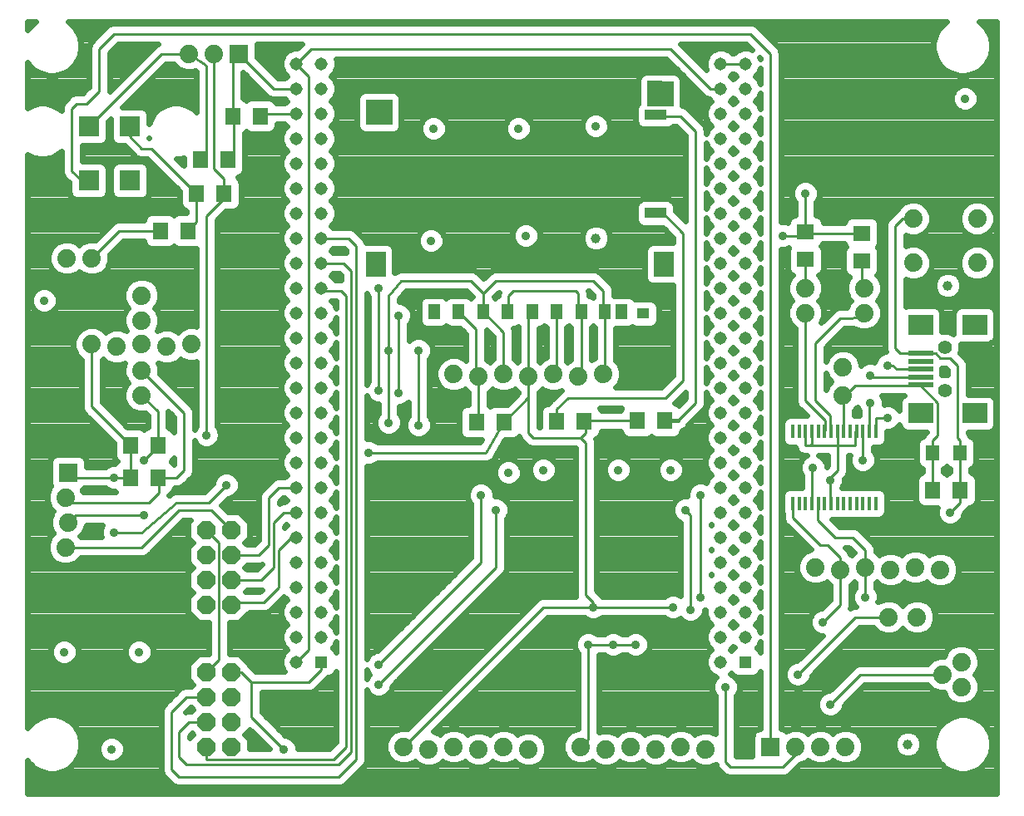
<source format=gtl>
G75*
G70*
%OFA0B0*%
%FSLAX24Y24*%
%IPPOS*%
%LPD*%
%AMOC8*
5,1,8,0,0,1.08239X$1,22.5*
%
%ADD10R,0.0591X0.0984*%
%ADD11R,0.0860X0.0420*%
%ADD12R,0.0787X0.0984*%
%ADD13R,0.0512X0.0433*%
%ADD14R,0.0472X0.0591*%
%ADD15R,0.1055X0.0993*%
%ADD16R,0.1055X0.0993*%
%ADD17C,0.0740*%
%ADD18R,0.0630X0.0709*%
%ADD19R,0.0740X0.0740*%
%ADD20OC8,0.0740*%
%ADD21R,0.0515X0.0515*%
%ADD22C,0.0515*%
%ADD23R,0.0827X0.0827*%
%ADD24R,0.0137X0.0550*%
%ADD25R,0.0984X0.0197*%
%ADD26R,0.0984X0.0787*%
%ADD27C,0.0554*%
%ADD28R,0.0551X0.0630*%
%ADD29R,0.0709X0.0630*%
%ADD30C,0.0160*%
%ADD31C,0.0100*%
%ADD32C,0.0360*%
%ADD33C,0.0240*%
%ADD34C,0.0396*%
D10*
X014931Y027971D03*
X025758Y028729D03*
D11*
X025790Y027863D03*
X025790Y023926D03*
D12*
X026113Y021878D03*
X014577Y021878D03*
D13*
X025301Y019891D03*
D14*
X024431Y019961D03*
X023766Y019969D03*
X022813Y019969D03*
X021829Y019969D03*
X020845Y019969D03*
X019861Y019969D03*
X018876Y019969D03*
X017892Y019969D03*
X016908Y019969D03*
D15*
X025974Y028718D03*
D16*
X014714Y027969D03*
D17*
X008101Y030321D03*
X007101Y030321D03*
X003201Y022121D03*
X002201Y022121D03*
X005201Y020621D03*
X005201Y019621D03*
X005201Y018671D03*
X004201Y018571D03*
X003201Y018671D03*
X005201Y017621D03*
X005201Y016621D03*
X006201Y018571D03*
X007201Y018671D03*
X002151Y012521D03*
X002251Y011521D03*
X002151Y010521D03*
X015701Y002521D03*
X016701Y002421D03*
X017701Y002521D03*
X018701Y002421D03*
X019701Y002521D03*
X020701Y002421D03*
X022801Y002521D03*
X023801Y002421D03*
X024801Y002521D03*
X025801Y002421D03*
X026801Y002521D03*
X027801Y002421D03*
X031401Y002521D03*
X032401Y002521D03*
X033401Y002521D03*
X037301Y005421D03*
X038051Y004921D03*
X038051Y005921D03*
X036271Y007721D03*
X035131Y007721D03*
X035201Y009621D03*
X034201Y009721D03*
X033201Y009621D03*
X032201Y009721D03*
X036201Y009721D03*
X037201Y009621D03*
X033301Y016601D03*
X033301Y017741D03*
X034151Y019921D03*
X034151Y020921D03*
X036121Y021931D03*
X036121Y023711D03*
X038681Y023711D03*
X038681Y021931D03*
X031801Y020921D03*
X031801Y019921D03*
X023701Y017471D03*
X022701Y017371D03*
X021701Y017471D03*
X020701Y017371D03*
X019701Y017471D03*
X018701Y017371D03*
X017701Y017471D03*
D18*
X018610Y015541D03*
X019712Y015541D03*
X021837Y015572D03*
X022940Y015572D03*
X025068Y015596D03*
X026171Y015596D03*
X036900Y012821D03*
X038002Y012821D03*
X009952Y027821D03*
X008850Y027821D03*
X008652Y026071D03*
X007550Y026071D03*
X007400Y024721D03*
X008502Y024721D03*
X007052Y023221D03*
X005950Y023221D03*
X005852Y014621D03*
X004750Y014621D03*
X004750Y013321D03*
X005852Y013321D03*
D19*
X002251Y013521D03*
X009101Y030321D03*
X030401Y002521D03*
D20*
X008801Y002521D03*
X007801Y002521D03*
X007801Y003521D03*
X008801Y003521D03*
X008801Y004521D03*
X007801Y004521D03*
X007801Y005521D03*
X008801Y005521D03*
X008801Y008221D03*
X007801Y008221D03*
X007801Y009221D03*
X008801Y009221D03*
X008801Y010221D03*
X007801Y010221D03*
X007801Y011221D03*
X008801Y011221D03*
D21*
X012401Y005921D03*
X029401Y005921D03*
D22*
X029401Y006921D03*
X029401Y007921D03*
X029401Y008921D03*
X029401Y009921D03*
X029401Y010921D03*
X029401Y011921D03*
X028401Y011921D03*
X028401Y010921D03*
X028401Y009921D03*
X028401Y008921D03*
X028401Y007921D03*
X028401Y006921D03*
X028401Y005921D03*
X028401Y012921D03*
X029401Y012921D03*
X029401Y013921D03*
X029401Y014921D03*
X029401Y015921D03*
X029401Y016921D03*
X029401Y017921D03*
X029401Y018921D03*
X029401Y019921D03*
X029401Y020921D03*
X028401Y020921D03*
X028401Y019921D03*
X028401Y018921D03*
X028401Y017921D03*
X028401Y016921D03*
X028401Y015921D03*
X028401Y014921D03*
X028401Y013921D03*
X028401Y021921D03*
X029401Y021921D03*
X029401Y022921D03*
X029401Y023921D03*
X029401Y024921D03*
X029401Y025921D03*
X029401Y026921D03*
X029401Y027921D03*
X029401Y028921D03*
X029401Y029921D03*
X028401Y029921D03*
X028401Y028921D03*
X028401Y027921D03*
X028401Y026921D03*
X028401Y025921D03*
X028401Y024921D03*
X028401Y023921D03*
X028401Y022921D03*
X012401Y022921D03*
X011401Y022921D03*
X011401Y023921D03*
X012401Y023921D03*
X012401Y024921D03*
X011401Y024921D03*
X011401Y025921D03*
X012401Y025921D03*
X012401Y026921D03*
X011401Y026921D03*
X011401Y027921D03*
X012401Y027921D03*
X012401Y028921D03*
X011401Y028921D03*
X011401Y029921D03*
X012401Y029921D03*
X012401Y021921D03*
X011401Y021921D03*
X011401Y020921D03*
X012401Y020921D03*
X012401Y019921D03*
X011401Y019921D03*
X011401Y018921D03*
X012401Y018921D03*
X012401Y017921D03*
X011401Y017921D03*
X011401Y016921D03*
X012401Y016921D03*
X012401Y015921D03*
X011401Y015921D03*
X011401Y014921D03*
X012401Y014921D03*
X012401Y013921D03*
X011401Y013921D03*
X011401Y012921D03*
X012401Y012921D03*
X012401Y011921D03*
X011401Y011921D03*
X011401Y010921D03*
X012401Y010921D03*
X012401Y009921D03*
X011401Y009921D03*
X011401Y008921D03*
X012401Y008921D03*
X012401Y007921D03*
X011401Y007921D03*
X011401Y006921D03*
X012401Y006921D03*
X011401Y005921D03*
D23*
X004728Y025238D03*
X003074Y025238D03*
X003074Y027404D03*
X004728Y027404D03*
D24*
X031287Y015160D03*
X031543Y015160D03*
X031799Y015160D03*
X032055Y015160D03*
X032311Y015160D03*
X032567Y015160D03*
X032823Y015160D03*
X033079Y015160D03*
X033335Y015160D03*
X033591Y015160D03*
X033846Y015160D03*
X034102Y015160D03*
X034358Y015160D03*
X034614Y015160D03*
X034614Y012282D03*
X034358Y012282D03*
X034102Y012282D03*
X033846Y012282D03*
X033591Y012282D03*
X033335Y012282D03*
X033079Y012282D03*
X032823Y012282D03*
X032567Y012282D03*
X032311Y012282D03*
X032055Y012282D03*
X031799Y012282D03*
X031543Y012282D03*
X031287Y012282D03*
D25*
X036417Y017041D03*
X036417Y017356D03*
X036417Y017671D03*
X036417Y017986D03*
X036417Y018301D03*
D26*
X036417Y019443D03*
X038582Y019443D03*
X038582Y015899D03*
X036417Y015899D03*
D27*
X037401Y016805D03*
X037401Y018537D03*
D28*
X036900Y014321D03*
X038002Y014321D03*
D29*
X034051Y022020D03*
X034051Y023122D03*
X031801Y023172D03*
X031801Y022070D03*
D30*
X026096Y023926D02*
X025790Y023926D01*
X025831Y027821D02*
X025790Y027863D01*
X020845Y019969D02*
X020701Y019825D01*
X022813Y017484D02*
X022701Y017371D01*
X023701Y017471D02*
X023766Y017536D01*
X022964Y015596D02*
X022940Y015572D01*
X021901Y015636D02*
X021837Y015572D01*
X018701Y015632D02*
X018610Y015541D01*
X018601Y017121D02*
X018701Y017221D01*
X018701Y017371D01*
X026171Y015596D02*
X026195Y015621D01*
X026701Y015621D01*
D31*
X027401Y016321D01*
X027401Y027221D01*
X026801Y027821D01*
X025831Y027821D01*
X028001Y028921D02*
X028401Y028921D01*
X028001Y028921D02*
X026401Y030521D01*
X012001Y030521D01*
X011401Y029921D01*
X011901Y029421D01*
X011901Y006421D01*
X011401Y005921D01*
X011901Y005121D02*
X012401Y005621D01*
X012401Y005921D01*
X011901Y005121D02*
X009601Y005121D01*
X009201Y005521D01*
X008801Y005521D01*
X008301Y006021D02*
X008301Y010721D01*
X007801Y011221D01*
X008001Y012021D02*
X008801Y011221D01*
X008801Y010221D02*
X009901Y010221D01*
X010301Y010621D01*
X010301Y012521D01*
X010701Y012921D01*
X011401Y012921D01*
X011401Y011921D02*
X010901Y011921D01*
X010501Y011521D01*
X010501Y009721D01*
X010001Y009221D01*
X008801Y009221D01*
X008901Y008321D02*
X008801Y008221D01*
X008901Y008321D02*
X010101Y008321D01*
X010701Y008921D01*
X010701Y010421D01*
X011201Y010921D01*
X011401Y010921D01*
X008601Y013021D02*
X007901Y012321D01*
X006601Y012321D01*
X005201Y011121D01*
X004101Y011121D01*
X005201Y010521D02*
X002151Y010521D01*
X002251Y011521D02*
X002551Y011821D01*
X005301Y011821D01*
X005501Y012321D02*
X005901Y012721D01*
X005901Y013121D01*
X005852Y013170D01*
X005852Y013321D01*
X006601Y013321D01*
X006901Y013621D01*
X006901Y015921D01*
X005201Y017621D01*
X005201Y016621D02*
X005852Y015970D01*
X005852Y014621D01*
X005852Y014572D01*
X005301Y014021D01*
X005852Y014621D02*
X006001Y014621D01*
X006101Y014521D01*
X004750Y014621D02*
X004750Y013321D01*
X004101Y013321D01*
X002451Y013321D01*
X002251Y013521D01*
X002151Y012521D02*
X002351Y012321D01*
X005501Y012321D01*
X006701Y012021D02*
X005201Y010521D01*
X006701Y012021D02*
X008001Y012021D01*
X004750Y014621D02*
X003201Y016170D01*
X003201Y018671D01*
X003201Y022121D02*
X004301Y023221D01*
X005950Y023221D01*
X007052Y023221D02*
X007400Y023569D01*
X007400Y024721D01*
X005600Y026521D01*
X005201Y026521D01*
X004728Y026994D01*
X004728Y027404D01*
X003074Y027404D02*
X005991Y030321D01*
X007101Y030321D01*
X007750Y029872D01*
X007801Y029821D01*
X007801Y026421D01*
X007550Y026170D01*
X007550Y026071D01*
X008101Y025721D02*
X008502Y025320D01*
X008502Y024721D01*
X008502Y024522D01*
X007801Y023821D01*
X007801Y015021D01*
X014301Y014321D02*
X019001Y014321D01*
X019701Y015530D01*
X019712Y015541D01*
X020701Y016530D01*
X020701Y015121D01*
X020901Y014921D01*
X022801Y014921D01*
X023001Y014721D01*
X023001Y008621D01*
X023301Y008321D01*
X023301Y008121D01*
X021301Y008121D01*
X015701Y002521D01*
X013801Y002021D02*
X013801Y022621D01*
X013501Y022921D01*
X012401Y022921D01*
X012401Y021921D02*
X013301Y021921D01*
X013601Y021621D01*
X013601Y002321D01*
X013101Y001821D01*
X007001Y001821D01*
X006701Y002121D01*
X006701Y003121D01*
X007101Y003521D01*
X007801Y003521D01*
X007801Y002521D02*
X007801Y002021D01*
X012901Y002021D01*
X013401Y002521D01*
X013401Y020621D01*
X013201Y020821D01*
X012501Y020821D01*
X012401Y020921D01*
X014701Y020921D02*
X014701Y016821D01*
X015501Y016721D02*
X015501Y019821D01*
X015101Y020621D02*
X015101Y018421D01*
X015101Y015521D01*
X016301Y015421D02*
X016301Y018421D01*
X017892Y019969D02*
X018601Y019260D01*
X018601Y017121D01*
X018701Y017371D02*
X018701Y015632D01*
X020701Y016530D02*
X020701Y017371D01*
X020701Y019825D01*
X019901Y020009D02*
X019901Y020621D01*
X020101Y020821D01*
X022601Y020821D01*
X022701Y020721D01*
X022701Y020221D01*
X022813Y020108D01*
X022813Y019969D01*
X022813Y017484D01*
X021829Y017599D02*
X021829Y019969D01*
X023301Y021221D02*
X023701Y020821D01*
X023701Y020221D01*
X023766Y020156D01*
X023766Y019969D01*
X023766Y017536D01*
X022301Y016521D02*
X021837Y016058D01*
X021837Y015572D01*
X022801Y014921D02*
X023001Y015121D01*
X023001Y015511D01*
X022940Y015572D01*
X022964Y015596D02*
X025068Y015596D01*
X026201Y016521D02*
X026901Y017221D01*
X026901Y023121D01*
X026096Y023926D01*
X023301Y021221D02*
X019401Y021221D01*
X018901Y020721D01*
X018401Y021221D01*
X015601Y021221D01*
X015101Y020621D01*
X018901Y020721D02*
X018901Y019993D01*
X018876Y019969D01*
X019701Y019145D01*
X019701Y017471D01*
X021701Y017471D02*
X021829Y017599D01*
X022301Y016521D02*
X026201Y016521D01*
X027601Y012621D02*
X027601Y008521D01*
X027201Y008021D02*
X027201Y011821D01*
X027001Y012021D01*
X031287Y012282D02*
X031301Y012268D01*
X031301Y011721D01*
X032401Y010621D01*
X032701Y010621D01*
X033201Y010121D01*
X033201Y009621D01*
X033201Y008221D01*
X032501Y007521D01*
X033801Y007721D02*
X035131Y007721D01*
X034201Y008521D02*
X034201Y009721D01*
X034201Y010421D01*
X033701Y010921D01*
X033001Y010921D01*
X032301Y011621D01*
X032301Y012282D01*
X032311Y012282D01*
X032055Y012282D02*
X032055Y013721D01*
X032101Y013721D01*
X032801Y013321D02*
X033101Y013621D01*
X033101Y014621D01*
X033101Y015160D01*
X033079Y015160D01*
X033079Y014621D01*
X033801Y014621D01*
X033801Y015160D01*
X033846Y015160D01*
X034102Y015160D02*
X034102Y014023D01*
X034101Y014021D01*
X033101Y014621D02*
X032055Y014621D01*
X032055Y015160D01*
X032055Y014675D01*
X032001Y014621D01*
X031801Y014621D01*
X031801Y015159D01*
X031799Y015160D01*
X032567Y015160D02*
X032601Y015194D01*
X032601Y015621D01*
X031801Y016421D01*
X031801Y019921D01*
X031801Y020921D02*
X031801Y022070D01*
X031701Y023021D02*
X030901Y023021D01*
X031701Y023021D02*
X031901Y023221D01*
X031851Y023122D02*
X034051Y023122D01*
X034051Y022020D02*
X034051Y021021D01*
X034151Y020921D01*
X034151Y019921D02*
X033810Y019730D01*
X033601Y019721D01*
X033201Y019721D01*
X032201Y018721D01*
X032201Y016421D01*
X032801Y015821D01*
X032801Y015182D01*
X032823Y015160D01*
X033335Y015160D02*
X033335Y016521D01*
X033301Y016521D01*
X033301Y016601D01*
X033335Y016621D02*
X033401Y016621D01*
X033801Y017021D01*
X036396Y017021D01*
X036417Y017041D01*
X036417Y017005D01*
X037101Y016321D01*
X037101Y015021D01*
X036901Y014821D01*
X036901Y014322D01*
X036900Y014321D01*
X036900Y012821D01*
X038002Y012821D02*
X038002Y012322D01*
X037601Y011921D01*
X038002Y012821D02*
X038002Y014321D01*
X038001Y014322D01*
X038001Y014821D01*
X037901Y014921D01*
X037901Y017821D01*
X037601Y018121D01*
X037201Y018121D01*
X037021Y018301D01*
X036417Y018301D01*
X036396Y018321D01*
X035601Y018321D01*
X035401Y018521D01*
X035401Y023421D01*
X035691Y023711D01*
X036121Y023711D01*
X034101Y022020D02*
X034051Y022020D01*
X031851Y023122D02*
X031801Y023172D01*
X031801Y024721D01*
X029401Y029921D02*
X028401Y029921D01*
X029601Y031121D02*
X004101Y031121D01*
X003501Y030521D01*
X003501Y028821D01*
X003001Y028321D01*
X002601Y028321D01*
X002401Y028121D01*
X002401Y025621D01*
X002783Y025238D01*
X003074Y025238D01*
X008101Y025721D02*
X008101Y030321D01*
X008850Y030070D02*
X008850Y027821D01*
X008901Y027770D01*
X008901Y026021D01*
X008850Y026072D01*
X008652Y026071D01*
X009952Y027821D02*
X010052Y027921D01*
X011401Y027921D01*
X011401Y028921D02*
X010501Y028921D01*
X009101Y030321D01*
X008850Y030070D01*
X019861Y019969D02*
X019901Y020009D01*
X018801Y012621D02*
X018801Y009921D01*
X014701Y005821D01*
X014701Y005021D02*
X019401Y009721D01*
X019401Y012021D01*
X023301Y008121D02*
X026501Y008121D01*
X025001Y006621D02*
X024101Y006621D01*
X023101Y006621D01*
X023101Y002821D01*
X022801Y002521D01*
X028601Y001921D02*
X028801Y001721D01*
X030901Y001721D01*
X031401Y002221D01*
X031401Y002521D01*
X030401Y002521D02*
X030401Y030321D01*
X029601Y031121D01*
X035101Y017821D02*
X035301Y017821D01*
X035451Y017671D01*
X036417Y017671D01*
X036417Y017356D02*
X034466Y017356D01*
X034401Y017421D01*
X033335Y016621D02*
X033335Y016521D01*
X034358Y016321D02*
X034401Y016321D01*
X034358Y016321D02*
X034358Y015160D01*
X034614Y015160D02*
X034614Y015721D01*
X035101Y015721D01*
X032801Y013321D02*
X032801Y013221D01*
X032801Y012304D01*
X032823Y012282D01*
X033801Y007721D02*
X031501Y005421D01*
X032801Y004221D02*
X034001Y005421D01*
X037301Y005421D01*
X028601Y004921D02*
X028601Y001921D01*
X013801Y002021D02*
X013101Y001321D01*
X006701Y001321D01*
X006401Y001621D01*
X006401Y003921D01*
X007001Y004521D01*
X007801Y004521D01*
X007801Y005521D02*
X008301Y006021D01*
X009601Y005121D02*
X009601Y003721D01*
X010901Y002421D01*
D32*
X010901Y002421D03*
X014701Y005021D03*
X014701Y005821D03*
X019401Y012021D03*
X018801Y012621D03*
X019901Y013521D03*
X021301Y013621D03*
X024301Y013621D03*
X026401Y013621D03*
X027601Y012621D03*
X027001Y012021D03*
X027601Y008521D03*
X027201Y008021D03*
X026501Y008121D03*
X025001Y006621D03*
X024101Y006621D03*
X023101Y006621D03*
X023301Y008121D03*
X028601Y004921D03*
X031501Y005421D03*
X032801Y004221D03*
X032501Y007521D03*
X034201Y008521D03*
X037601Y011921D03*
X034101Y014021D03*
X032801Y013221D03*
X032101Y013721D03*
X035101Y015721D03*
X034401Y016321D03*
X034401Y017421D03*
X035101Y017821D03*
X030901Y023021D03*
X031801Y024721D03*
X038201Y028521D03*
X023401Y027421D03*
X020301Y027321D03*
X016901Y027321D03*
X020601Y023021D03*
X016801Y022821D03*
X014701Y020921D03*
X015501Y019821D03*
X015101Y018421D03*
X016301Y018421D03*
X014701Y016821D03*
X015501Y016721D03*
X015101Y015521D03*
X016301Y015421D03*
X014301Y014321D03*
X008601Y013021D03*
X007801Y015021D03*
X005301Y014021D03*
X004101Y013321D03*
X005301Y011821D03*
X004101Y011121D03*
X005101Y006321D03*
X002101Y006321D03*
X004001Y002421D03*
X001301Y020421D03*
D33*
X000621Y001978D02*
X000621Y000641D01*
X039451Y000641D01*
X039451Y031597D01*
X038750Y031597D01*
X038819Y031557D01*
X039037Y031339D01*
X039191Y031073D01*
X039271Y030775D01*
X039271Y030467D01*
X039191Y030169D01*
X039037Y029903D01*
X038819Y029685D01*
X038552Y029531D01*
X038255Y029451D01*
X037947Y029451D01*
X037649Y029531D01*
X037382Y029685D01*
X037165Y029903D01*
X037011Y030169D01*
X036931Y030467D01*
X036931Y030775D01*
X037011Y031073D01*
X037165Y031339D01*
X037382Y031557D01*
X037451Y031597D01*
X002250Y031597D01*
X002319Y031557D01*
X002537Y031339D01*
X002691Y031073D01*
X002771Y030775D01*
X002771Y030467D01*
X002691Y030169D01*
X002537Y029903D01*
X002319Y029685D01*
X002052Y029531D01*
X001755Y029451D01*
X001447Y029451D01*
X001149Y029531D01*
X000882Y029685D01*
X000665Y029903D01*
X000621Y029978D01*
X000621Y028157D01*
X000795Y028257D01*
X001077Y028333D01*
X001370Y028333D01*
X001652Y028257D01*
X001906Y028111D01*
X001991Y028026D01*
X001991Y028202D01*
X002053Y028353D01*
X002169Y028469D01*
X002369Y028669D01*
X002519Y028731D01*
X002682Y028731D01*
X002831Y028731D01*
X003091Y028991D01*
X003091Y030602D01*
X003153Y030753D01*
X003269Y030869D01*
X003869Y031469D01*
X004019Y031531D01*
X004182Y031531D01*
X029682Y031531D01*
X029833Y031469D01*
X029948Y031353D01*
X030748Y030553D01*
X030811Y030402D01*
X030811Y030239D01*
X030811Y023561D01*
X031008Y023561D01*
X031086Y023528D01*
X031086Y023559D01*
X031141Y023691D01*
X031243Y023792D01*
X031375Y023847D01*
X031391Y023847D01*
X031391Y024367D01*
X031343Y024415D01*
X031261Y024614D01*
X031261Y024828D01*
X031343Y025027D01*
X031495Y025179D01*
X031693Y025261D01*
X031908Y025261D01*
X032107Y025179D01*
X032259Y025027D01*
X032341Y024828D01*
X032341Y024614D01*
X032259Y024415D01*
X032211Y024367D01*
X032211Y023847D01*
X032227Y023847D01*
X032359Y023792D01*
X032460Y023691D01*
X032515Y023559D01*
X032515Y023532D01*
X033346Y023532D01*
X033391Y023641D01*
X033493Y023742D01*
X033625Y023797D01*
X034477Y023797D01*
X034609Y023742D01*
X034710Y023641D01*
X034765Y023509D01*
X034765Y022736D01*
X034710Y022603D01*
X034678Y022571D01*
X034710Y022539D01*
X034765Y022406D01*
X034765Y021633D01*
X034710Y021501D01*
X034657Y021447D01*
X034770Y021334D01*
X034881Y021066D01*
X034881Y020776D01*
X034770Y020507D01*
X034683Y020421D01*
X034770Y020334D01*
X034881Y020066D01*
X034881Y019776D01*
X034770Y019507D01*
X034564Y019302D01*
X034296Y019191D01*
X034006Y019191D01*
X033737Y019302D01*
X033723Y019316D01*
X033691Y019315D01*
X033682Y019311D01*
X033610Y019311D01*
X033538Y019308D01*
X033529Y019311D01*
X033371Y019311D01*
X032611Y018551D01*
X032611Y017983D01*
X032682Y018154D01*
X032887Y018360D01*
X033156Y018471D01*
X033446Y018471D01*
X033714Y018360D01*
X033920Y018154D01*
X034031Y017886D01*
X034031Y017815D01*
X034095Y017879D01*
X034293Y017961D01*
X034508Y017961D01*
X034565Y017938D01*
X034643Y018127D01*
X034795Y018279D01*
X034993Y018361D01*
X035023Y018361D01*
X034991Y018439D01*
X034991Y023339D01*
X034991Y023502D01*
X035053Y023653D01*
X035343Y023943D01*
X035459Y024059D01*
X035478Y024067D01*
X035502Y024124D01*
X035707Y024330D01*
X035976Y024441D01*
X036266Y024441D01*
X036534Y024330D01*
X036740Y024124D01*
X036851Y023856D01*
X036851Y023566D01*
X036740Y023297D01*
X036534Y023092D01*
X036266Y022981D01*
X035976Y022981D01*
X035811Y023049D01*
X035811Y022593D01*
X035976Y022661D01*
X036266Y022661D01*
X036534Y022550D01*
X036740Y022344D01*
X036851Y022076D01*
X036851Y021786D01*
X036740Y021517D01*
X036534Y021312D01*
X036266Y021201D01*
X035976Y021201D01*
X035811Y021269D01*
X035811Y020179D01*
X035853Y020196D01*
X036980Y020196D01*
X037113Y020141D01*
X037214Y020040D01*
X037269Y019908D01*
X037269Y019172D01*
X037274Y019174D01*
X037528Y019174D01*
X037730Y019090D01*
X037730Y019908D01*
X037785Y020040D01*
X037886Y020141D01*
X038018Y020196D01*
X039146Y020196D01*
X039278Y020141D01*
X039379Y020040D01*
X039434Y019908D01*
X039434Y018977D01*
X039379Y018845D01*
X039278Y018744D01*
X039146Y018689D01*
X038027Y018689D01*
X038038Y018664D01*
X038038Y018410D01*
X037995Y018307D01*
X038248Y018053D01*
X038311Y017902D01*
X038311Y017739D01*
X038311Y016653D01*
X039146Y016653D01*
X039278Y016598D01*
X039379Y016497D01*
X039434Y016365D01*
X039434Y015434D01*
X039379Y015302D01*
X039278Y015200D01*
X039146Y015146D01*
X038311Y015146D01*
X038311Y015091D01*
X038348Y015053D01*
X038377Y014984D01*
X038481Y014941D01*
X038583Y014840D01*
X038638Y014708D01*
X038638Y013934D01*
X038583Y013802D01*
X038481Y013701D01*
X038412Y013672D01*
X038412Y013526D01*
X038521Y013480D01*
X038622Y013379D01*
X038677Y013247D01*
X038677Y012395D01*
X038622Y012263D01*
X038521Y012161D01*
X038389Y012107D01*
X038356Y012107D01*
X038350Y012090D01*
X038234Y011975D01*
X038141Y011881D01*
X038141Y011814D01*
X038059Y011615D01*
X037907Y011463D01*
X037708Y011381D01*
X037493Y011381D01*
X037295Y011463D01*
X037143Y011615D01*
X037061Y011814D01*
X037061Y012028D01*
X037093Y012107D01*
X036513Y012107D01*
X036381Y012161D01*
X036279Y012263D01*
X036225Y012395D01*
X036225Y013247D01*
X036279Y013379D01*
X036381Y013480D01*
X036490Y013526D01*
X036490Y013672D01*
X036420Y013701D01*
X036319Y013802D01*
X036264Y013934D01*
X036264Y014708D01*
X036319Y014840D01*
X036420Y014941D01*
X036525Y014984D01*
X036553Y015053D01*
X036646Y015146D01*
X035853Y015146D01*
X035720Y015200D01*
X035619Y015302D01*
X035565Y015432D01*
X035559Y015415D01*
X035407Y015263D01*
X035208Y015181D01*
X035043Y015181D01*
X035043Y014814D01*
X034988Y014681D01*
X034887Y014580D01*
X034754Y014525D01*
X034512Y014525D01*
X034512Y014373D01*
X034559Y014327D01*
X034641Y014128D01*
X034641Y013914D01*
X034559Y013715D01*
X034407Y013563D01*
X034208Y013481D01*
X033993Y013481D01*
X033795Y013563D01*
X033643Y013715D01*
X033561Y013914D01*
X033561Y014128D01*
X033595Y014211D01*
X033511Y014211D01*
X033511Y013539D01*
X033448Y013389D01*
X033341Y013281D01*
X033341Y013114D01*
X033259Y012917D01*
X033450Y012917D01*
X033706Y012917D01*
X033962Y012917D01*
X034218Y012917D01*
X034474Y012917D01*
X034754Y012917D01*
X034887Y012862D01*
X034988Y012760D01*
X035043Y012628D01*
X035043Y011935D01*
X034988Y011803D01*
X034887Y011701D01*
X034754Y011647D01*
X034474Y011647D01*
X034218Y011647D01*
X033962Y011647D01*
X033706Y011647D01*
X033450Y011647D01*
X033194Y011647D01*
X032939Y011647D01*
X032855Y011647D01*
X033171Y011331D01*
X033619Y011331D01*
X033782Y011331D01*
X033933Y011269D01*
X034433Y010769D01*
X034548Y010653D01*
X034611Y010502D01*
X034611Y010341D01*
X034614Y010340D01*
X034751Y010203D01*
X034787Y010240D01*
X035056Y010351D01*
X035346Y010351D01*
X035614Y010240D01*
X035651Y010203D01*
X035787Y010340D01*
X036056Y010451D01*
X036346Y010451D01*
X036614Y010340D01*
X036751Y010203D01*
X036787Y010240D01*
X037056Y010351D01*
X037346Y010351D01*
X037614Y010240D01*
X037820Y010034D01*
X037931Y009766D01*
X037931Y009476D01*
X037820Y009207D01*
X037614Y009002D01*
X037346Y008891D01*
X037056Y008891D01*
X036787Y009002D01*
X036651Y009139D01*
X036614Y009102D01*
X036346Y008991D01*
X036056Y008991D01*
X035787Y009102D01*
X035751Y009139D01*
X035614Y009002D01*
X035346Y008891D01*
X035056Y008891D01*
X034787Y009002D01*
X034651Y009139D01*
X034614Y009102D01*
X034611Y009101D01*
X034611Y008875D01*
X034659Y008827D01*
X034741Y008628D01*
X034741Y008414D01*
X034705Y008328D01*
X034717Y008340D01*
X034986Y008451D01*
X035276Y008451D01*
X035544Y008340D01*
X035701Y008183D01*
X035857Y008340D01*
X036126Y008451D01*
X036416Y008451D01*
X036684Y008340D01*
X036890Y008134D01*
X037001Y007866D01*
X037001Y007576D01*
X036890Y007307D01*
X036684Y007102D01*
X036416Y006991D01*
X036126Y006991D01*
X035857Y007102D01*
X035701Y007259D01*
X035544Y007102D01*
X035276Y006991D01*
X034986Y006991D01*
X034717Y007102D01*
X034512Y007307D01*
X034510Y007311D01*
X033971Y007311D01*
X032041Y005381D01*
X032041Y005314D01*
X031959Y005115D01*
X031807Y004963D01*
X031608Y004881D01*
X031393Y004881D01*
X031195Y004963D01*
X031043Y005115D01*
X030961Y005314D01*
X030961Y005528D01*
X031043Y005727D01*
X031195Y005879D01*
X031393Y005961D01*
X031461Y005961D01*
X032481Y006981D01*
X032393Y006981D01*
X032195Y007063D01*
X032043Y007215D01*
X031961Y007414D01*
X031961Y007628D01*
X032043Y007827D01*
X032195Y007979D01*
X032393Y008061D01*
X032461Y008061D01*
X032791Y008391D01*
X032791Y009001D01*
X032787Y009002D01*
X032651Y009139D01*
X032614Y009102D01*
X032346Y008991D01*
X032056Y008991D01*
X031787Y009102D01*
X031582Y009307D01*
X031471Y009576D01*
X031471Y009866D01*
X031582Y010134D01*
X031787Y010340D01*
X032010Y010432D01*
X030953Y011489D01*
X030891Y011639D01*
X030891Y011802D01*
X030891Y011858D01*
X030859Y011935D01*
X030859Y012628D01*
X030914Y012760D01*
X031015Y012862D01*
X031147Y012917D01*
X031403Y012917D01*
X031645Y012917D01*
X031645Y013413D01*
X031643Y013415D01*
X031561Y013614D01*
X031561Y013828D01*
X031643Y014027D01*
X031795Y014179D01*
X031873Y014211D01*
X031719Y014211D01*
X031569Y014273D01*
X031453Y014389D01*
X031397Y014525D01*
X031147Y014525D01*
X031015Y014580D01*
X030914Y014681D01*
X030859Y014814D01*
X030859Y015507D01*
X030914Y015639D01*
X031015Y015740D01*
X031147Y015795D01*
X031403Y015795D01*
X031659Y015795D01*
X031847Y015795D01*
X031569Y016073D01*
X031453Y016189D01*
X031391Y016339D01*
X031391Y019301D01*
X031387Y019302D01*
X031182Y019507D01*
X031071Y019776D01*
X031071Y020066D01*
X031182Y020334D01*
X031268Y020421D01*
X031182Y020507D01*
X031071Y020776D01*
X031071Y021066D01*
X031182Y021334D01*
X031281Y021434D01*
X031243Y021450D01*
X031141Y021551D01*
X031086Y021683D01*
X031086Y022456D01*
X031115Y022525D01*
X031008Y022481D01*
X030811Y022481D01*
X030811Y003251D01*
X030842Y003251D01*
X030975Y003196D01*
X031018Y003153D01*
X031256Y003251D01*
X031546Y003251D01*
X031814Y003140D01*
X031901Y003053D01*
X031987Y003140D01*
X032256Y003251D01*
X032546Y003251D01*
X032814Y003140D01*
X032901Y003053D01*
X032987Y003140D01*
X033256Y003251D01*
X033546Y003251D01*
X033814Y003140D01*
X034020Y002934D01*
X034131Y002666D01*
X034131Y002376D01*
X034020Y002107D01*
X033814Y001902D01*
X033546Y001791D01*
X033256Y001791D01*
X032987Y001902D01*
X032901Y001989D01*
X032814Y001902D01*
X032546Y001791D01*
X032256Y001791D01*
X031987Y001902D01*
X031901Y001989D01*
X031814Y001902D01*
X031554Y001794D01*
X031133Y001373D01*
X030982Y001311D01*
X030819Y001311D01*
X028719Y001311D01*
X028569Y001373D01*
X028453Y001489D01*
X028253Y001689D01*
X028207Y001799D01*
X027946Y001691D01*
X027656Y001691D01*
X027387Y001802D01*
X027251Y001939D01*
X027214Y001902D01*
X026946Y001791D01*
X026656Y001791D01*
X026387Y001902D01*
X026351Y001939D01*
X026214Y001802D01*
X025946Y001691D01*
X025656Y001691D01*
X025387Y001802D01*
X025251Y001939D01*
X025214Y001902D01*
X024946Y001791D01*
X024656Y001791D01*
X024387Y001902D01*
X024351Y001939D01*
X024214Y001802D01*
X023946Y001691D01*
X023656Y001691D01*
X023387Y001802D01*
X023251Y001939D01*
X023214Y001902D01*
X022946Y001791D01*
X022656Y001791D01*
X022387Y001902D01*
X022182Y002107D01*
X022071Y002376D01*
X022071Y002666D01*
X022182Y002934D01*
X022387Y003140D01*
X022656Y003251D01*
X022691Y003251D01*
X022691Y006267D01*
X022643Y006315D01*
X022561Y006514D01*
X022561Y006728D01*
X022643Y006927D01*
X022795Y007079D01*
X022993Y007161D01*
X023208Y007161D01*
X023407Y007079D01*
X023454Y007031D01*
X023747Y007031D01*
X023795Y007079D01*
X023993Y007161D01*
X024208Y007161D01*
X024407Y007079D01*
X024454Y007031D01*
X024647Y007031D01*
X024695Y007079D01*
X024893Y007161D01*
X025108Y007161D01*
X025307Y007079D01*
X025459Y006927D01*
X025541Y006728D01*
X025541Y006514D01*
X025459Y006315D01*
X025307Y006163D01*
X025108Y006081D01*
X024893Y006081D01*
X024695Y006163D01*
X024647Y006211D01*
X024454Y006211D01*
X024407Y006163D01*
X024208Y006081D01*
X023993Y006081D01*
X023795Y006163D01*
X023747Y006211D01*
X023511Y006211D01*
X023511Y003091D01*
X023656Y003151D01*
X023946Y003151D01*
X024214Y003040D01*
X024251Y003003D01*
X024387Y003140D01*
X024656Y003251D01*
X024946Y003251D01*
X025214Y003140D01*
X025351Y003003D01*
X025387Y003040D01*
X025656Y003151D01*
X025946Y003151D01*
X026214Y003040D01*
X026251Y003003D01*
X026387Y003140D01*
X026656Y003251D01*
X026946Y003251D01*
X027214Y003140D01*
X027351Y003003D01*
X027387Y003040D01*
X027656Y003151D01*
X027946Y003151D01*
X028191Y003049D01*
X028191Y004567D01*
X028143Y004615D01*
X028061Y004814D01*
X028061Y005028D01*
X028143Y005227D01*
X028237Y005321D01*
X028051Y005397D01*
X027877Y005571D01*
X027783Y005798D01*
X027783Y006044D01*
X027877Y006271D01*
X028028Y006421D01*
X027877Y006571D01*
X027783Y006798D01*
X027783Y007044D01*
X027877Y007271D01*
X028028Y007421D01*
X027877Y007571D01*
X027783Y007798D01*
X027783Y008012D01*
X027741Y007994D01*
X027741Y007914D01*
X027659Y007715D01*
X027507Y007563D01*
X027308Y007481D01*
X027093Y007481D01*
X026895Y007563D01*
X026798Y007660D01*
X026608Y007581D01*
X026393Y007581D01*
X026195Y007663D01*
X026147Y007711D01*
X023654Y007711D01*
X023607Y007663D01*
X023408Y007581D01*
X023193Y007581D01*
X022995Y007663D01*
X022947Y007711D01*
X021471Y007711D01*
X016892Y003132D01*
X017114Y003040D01*
X017151Y003003D01*
X017287Y003140D01*
X017556Y003251D01*
X017846Y003251D01*
X018114Y003140D01*
X018251Y003003D01*
X018287Y003040D01*
X018556Y003151D01*
X018846Y003151D01*
X019114Y003040D01*
X019151Y003003D01*
X019287Y003140D01*
X019556Y003251D01*
X019846Y003251D01*
X020114Y003140D01*
X020251Y003003D01*
X020287Y003040D01*
X020556Y003151D01*
X020846Y003151D01*
X021114Y003040D01*
X021320Y002834D01*
X021431Y002566D01*
X021431Y002276D01*
X021320Y002007D01*
X021114Y001802D01*
X020846Y001691D01*
X020556Y001691D01*
X020287Y001802D01*
X020151Y001939D01*
X020114Y001902D01*
X019846Y001791D01*
X019556Y001791D01*
X019287Y001902D01*
X019251Y001939D01*
X019114Y001802D01*
X018846Y001691D01*
X018556Y001691D01*
X018287Y001802D01*
X018151Y001939D01*
X018114Y001902D01*
X017846Y001791D01*
X017556Y001791D01*
X017287Y001902D01*
X017251Y001939D01*
X017114Y001802D01*
X016846Y001691D01*
X016556Y001691D01*
X016287Y001802D01*
X016151Y001939D01*
X016114Y001902D01*
X015846Y001791D01*
X015556Y001791D01*
X015287Y001902D01*
X015082Y002107D01*
X014971Y002376D01*
X014971Y002666D01*
X015082Y002934D01*
X015287Y003140D01*
X015556Y003251D01*
X015846Y003251D01*
X015849Y003249D01*
X020953Y008353D01*
X021069Y008469D01*
X021219Y008531D01*
X022594Y008531D01*
X022591Y008539D01*
X022591Y008702D01*
X022591Y014511D01*
X020819Y014511D01*
X020669Y014573D01*
X020553Y014689D01*
X020353Y014889D01*
X020319Y014970D01*
X020231Y014881D01*
X020099Y014827D01*
X019767Y014827D01*
X019369Y014139D01*
X019348Y014089D01*
X019329Y014069D01*
X019315Y014045D01*
X019271Y014012D01*
X019233Y013973D01*
X019207Y013963D01*
X019185Y013946D01*
X019133Y013932D01*
X019082Y013911D01*
X019054Y013911D01*
X019028Y013904D01*
X018974Y013911D01*
X014654Y013911D01*
X014607Y013863D01*
X014408Y013781D01*
X014211Y013781D01*
X014211Y006049D01*
X014243Y006127D01*
X014395Y006279D01*
X014593Y006361D01*
X014661Y006361D01*
X018391Y010091D01*
X018391Y012267D01*
X018343Y012315D01*
X018261Y012514D01*
X018261Y012728D01*
X018343Y012927D01*
X018495Y013079D01*
X018693Y013161D01*
X018908Y013161D01*
X019107Y013079D01*
X019259Y012927D01*
X019341Y012728D01*
X019341Y012561D01*
X019508Y012561D01*
X019707Y012479D01*
X019859Y012327D01*
X019941Y012128D01*
X019941Y011914D01*
X019859Y011715D01*
X019811Y011667D01*
X019811Y009639D01*
X019748Y009489D01*
X019633Y009373D01*
X015241Y004981D01*
X015241Y004914D01*
X015159Y004715D01*
X015007Y004563D01*
X014808Y004481D01*
X014593Y004481D01*
X014395Y004563D01*
X014243Y004715D01*
X014211Y004793D01*
X014211Y001939D01*
X014148Y001789D01*
X014033Y001673D01*
X014033Y001673D01*
X013333Y000973D01*
X013182Y000911D01*
X013019Y000911D01*
X006782Y000911D01*
X006619Y000911D01*
X006469Y000973D01*
X006053Y001389D01*
X005991Y001539D01*
X005991Y001702D01*
X005991Y004002D01*
X006053Y004153D01*
X006169Y004269D01*
X006769Y004869D01*
X006919Y004931D01*
X007082Y004931D01*
X007178Y004931D01*
X007268Y005021D01*
X007071Y005219D01*
X007071Y005823D01*
X007498Y006251D01*
X007891Y006251D01*
X007891Y007491D01*
X007498Y007491D01*
X007071Y007919D01*
X007071Y008523D01*
X007268Y008721D01*
X007071Y008919D01*
X007071Y009523D01*
X007268Y009721D01*
X007071Y009919D01*
X007071Y010523D01*
X007268Y010721D01*
X007071Y010919D01*
X007071Y011523D01*
X007159Y011611D01*
X006871Y011611D01*
X005548Y010289D01*
X005433Y010173D01*
X005282Y010111D01*
X002771Y010111D01*
X002770Y010107D01*
X002564Y009902D01*
X002296Y009791D01*
X002006Y009791D01*
X001737Y009902D01*
X001532Y010107D01*
X001421Y010376D01*
X001421Y010666D01*
X001532Y010934D01*
X001668Y011071D01*
X001632Y011107D01*
X001521Y011376D01*
X001521Y011666D01*
X001632Y011934D01*
X001668Y011971D01*
X001532Y012107D01*
X001421Y012376D01*
X001421Y012666D01*
X001532Y012934D01*
X001566Y012969D01*
X001521Y013079D01*
X001521Y013963D01*
X001576Y014095D01*
X001677Y014196D01*
X001809Y014251D01*
X002692Y014251D01*
X002825Y014196D01*
X002926Y014095D01*
X002981Y013963D01*
X002981Y013731D01*
X003747Y013731D01*
X003795Y013779D01*
X003993Y013861D01*
X004122Y013861D01*
X004129Y013879D01*
X004221Y013971D01*
X004129Y014063D01*
X004075Y014195D01*
X002826Y014195D01*
X002981Y013956D02*
X004207Y013956D01*
X004075Y014195D02*
X004075Y014716D01*
X002969Y015822D01*
X002853Y015938D01*
X002791Y016088D01*
X002791Y018051D01*
X002787Y018052D01*
X002582Y018257D01*
X002471Y018526D01*
X002471Y018816D01*
X002582Y019084D01*
X002787Y019290D01*
X003056Y019401D01*
X003346Y019401D01*
X003614Y019290D01*
X003751Y019153D01*
X003787Y019190D01*
X004056Y019301D01*
X004346Y019301D01*
X004589Y019200D01*
X004582Y019207D01*
X004471Y019476D01*
X004471Y019766D01*
X004582Y020034D01*
X004668Y020121D01*
X004582Y020207D01*
X004471Y020476D01*
X004471Y020766D01*
X004582Y021034D01*
X004787Y021240D01*
X005056Y021351D01*
X005346Y021351D01*
X005614Y021240D01*
X005820Y021034D01*
X005931Y020766D01*
X005931Y020476D01*
X005820Y020207D01*
X005733Y020121D01*
X005820Y020034D01*
X005931Y019766D01*
X005931Y019476D01*
X005820Y019207D01*
X005812Y019200D01*
X006056Y019301D01*
X006346Y019301D01*
X006614Y019190D01*
X006651Y019153D01*
X006787Y019290D01*
X007056Y019401D01*
X007346Y019401D01*
X007391Y019382D01*
X007391Y022507D01*
X006665Y022507D01*
X006533Y022561D01*
X006501Y022594D01*
X006468Y022561D01*
X006336Y022507D01*
X005563Y022507D01*
X005431Y022561D01*
X005329Y022663D01*
X005275Y022795D01*
X005275Y022811D01*
X004471Y022811D01*
X003929Y022270D01*
X003931Y022266D01*
X003931Y021976D01*
X003820Y021707D01*
X003614Y021502D01*
X003346Y021391D01*
X003056Y021391D01*
X002787Y021502D01*
X002701Y021589D01*
X002614Y021502D01*
X002346Y021391D01*
X002056Y021391D01*
X001787Y021502D01*
X001582Y021707D01*
X001471Y021976D01*
X001471Y022266D01*
X001582Y022534D01*
X001787Y022740D01*
X002056Y022851D01*
X002346Y022851D01*
X002614Y022740D01*
X002701Y022653D01*
X002787Y022740D01*
X003056Y022851D01*
X003346Y022851D01*
X003349Y022849D01*
X003953Y023453D01*
X004069Y023569D01*
X004219Y023631D01*
X005275Y023631D01*
X005275Y023647D01*
X005329Y023779D01*
X005431Y023880D01*
X005563Y023935D01*
X006336Y023935D01*
X006468Y023880D01*
X006501Y023848D01*
X006533Y023880D01*
X006665Y023935D01*
X006990Y023935D01*
X006990Y024016D01*
X006881Y024061D01*
X006779Y024163D01*
X006725Y024295D01*
X006725Y024816D01*
X005430Y026111D01*
X005282Y026111D01*
X005119Y026111D01*
X004969Y026173D01*
X004512Y026630D01*
X004243Y026630D01*
X004110Y026685D01*
X004009Y026786D01*
X003954Y026919D01*
X003954Y027704D01*
X003847Y027597D01*
X003847Y026919D01*
X003793Y026786D01*
X003691Y026685D01*
X003559Y026630D01*
X002811Y026630D01*
X002811Y026012D01*
X003559Y026012D01*
X003691Y025957D01*
X003793Y025856D01*
X003847Y025723D01*
X003847Y024753D01*
X003793Y024621D01*
X003691Y024520D01*
X003559Y024465D01*
X002589Y024465D01*
X002457Y024520D01*
X002355Y024621D01*
X002301Y024753D01*
X002301Y025141D01*
X002053Y025389D01*
X001991Y025539D01*
X001991Y025702D01*
X001991Y026419D01*
X001906Y026334D01*
X001652Y026188D01*
X001370Y026112D01*
X001077Y026112D01*
X000795Y026188D01*
X000621Y026288D01*
X000621Y003263D01*
X000665Y003339D01*
X000882Y003557D01*
X001149Y003711D01*
X001447Y003791D01*
X001755Y003791D01*
X002052Y003711D01*
X002319Y003557D01*
X002537Y003339D01*
X002691Y003073D01*
X002771Y002775D01*
X002771Y002467D01*
X002691Y002169D01*
X002537Y001903D01*
X002319Y001685D01*
X002052Y001531D01*
X001755Y001451D01*
X001447Y001451D01*
X001149Y001531D01*
X000882Y001685D01*
X000665Y001903D01*
X000621Y001978D01*
X000621Y001791D02*
X000776Y001791D01*
X000621Y001552D02*
X001112Y001552D01*
X000621Y001314D02*
X006128Y001314D01*
X005991Y001552D02*
X002090Y001552D01*
X002425Y001791D02*
X005991Y001791D01*
X005991Y002029D02*
X004373Y002029D01*
X004307Y001963D02*
X004459Y002115D01*
X004541Y002314D01*
X004541Y002528D01*
X004459Y002727D01*
X004307Y002879D01*
X004108Y002961D01*
X003893Y002961D01*
X003695Y002879D01*
X003543Y002727D01*
X003461Y002528D01*
X003461Y002314D01*
X003543Y002115D01*
X003695Y001963D01*
X003893Y001881D01*
X004108Y001881D01*
X004307Y001963D01*
X004522Y002268D02*
X005991Y002268D01*
X005991Y002506D02*
X004541Y002506D01*
X004440Y002745D02*
X005991Y002745D01*
X005991Y002983D02*
X002715Y002983D01*
X002771Y002745D02*
X003561Y002745D01*
X003461Y002506D02*
X002771Y002506D01*
X002717Y002268D02*
X003480Y002268D01*
X003629Y002029D02*
X002610Y002029D01*
X002605Y003222D02*
X005991Y003222D01*
X005991Y003461D02*
X002416Y003461D01*
X002073Y003699D02*
X005991Y003699D01*
X005991Y003938D02*
X000621Y003938D01*
X000621Y004176D02*
X006076Y004176D01*
X006315Y004415D02*
X000621Y004415D01*
X000621Y004653D02*
X006553Y004653D01*
X006825Y004892D02*
X000621Y004892D01*
X000621Y005130D02*
X007159Y005130D01*
X007071Y005369D02*
X000621Y005369D01*
X000621Y005607D02*
X007071Y005607D01*
X007094Y005846D02*
X005365Y005846D01*
X005407Y005863D02*
X005559Y006015D01*
X005641Y006214D01*
X005641Y006428D01*
X005559Y006627D01*
X005407Y006779D01*
X005208Y006861D01*
X004993Y006861D01*
X004795Y006779D01*
X004643Y006627D01*
X004561Y006428D01*
X004561Y006214D01*
X004643Y006015D01*
X004795Y005863D01*
X004993Y005781D01*
X005208Y005781D01*
X005407Y005863D01*
X005587Y006085D02*
X007332Y006085D01*
X007891Y006323D02*
X005641Y006323D01*
X005586Y006562D02*
X007891Y006562D01*
X007891Y006800D02*
X005355Y006800D01*
X004847Y006800D02*
X002355Y006800D01*
X002407Y006779D02*
X002208Y006861D01*
X001993Y006861D01*
X001795Y006779D01*
X001643Y006627D01*
X001561Y006428D01*
X001561Y006214D01*
X001643Y006015D01*
X001795Y005863D01*
X001993Y005781D01*
X002208Y005781D01*
X002407Y005863D01*
X002559Y006015D01*
X002641Y006214D01*
X002641Y006428D01*
X002559Y006627D01*
X002407Y006779D01*
X002586Y006562D02*
X004616Y006562D01*
X004561Y006323D02*
X002641Y006323D01*
X002587Y006085D02*
X004614Y006085D01*
X004836Y005846D02*
X002365Y005846D01*
X001836Y005846D02*
X000621Y005846D01*
X000621Y006085D02*
X001614Y006085D01*
X001561Y006323D02*
X000621Y006323D01*
X000621Y006562D02*
X001616Y006562D01*
X001847Y006800D02*
X000621Y006800D01*
X000621Y007039D02*
X007891Y007039D01*
X007891Y007277D02*
X000621Y007277D01*
X000621Y007516D02*
X007474Y007516D01*
X007235Y007754D02*
X000621Y007754D01*
X000621Y007993D02*
X007071Y007993D01*
X007071Y008231D02*
X000621Y008231D01*
X000621Y008470D02*
X007071Y008470D01*
X007256Y008709D02*
X000621Y008709D01*
X000621Y008947D02*
X007071Y008947D01*
X007071Y009186D02*
X000621Y009186D01*
X000621Y009424D02*
X007071Y009424D01*
X007210Y009663D02*
X000621Y009663D01*
X000621Y009901D02*
X001739Y009901D01*
X001519Y010140D02*
X000621Y010140D01*
X000621Y010378D02*
X001421Y010378D01*
X001421Y010617D02*
X000621Y010617D01*
X000621Y010855D02*
X001499Y010855D01*
X001645Y011094D02*
X000621Y011094D01*
X000621Y011332D02*
X001539Y011332D01*
X001521Y011571D02*
X000621Y011571D01*
X000621Y011810D02*
X001580Y011810D01*
X001591Y012048D02*
X000621Y012048D01*
X000621Y012287D02*
X001458Y012287D01*
X001421Y012525D02*
X000621Y012525D01*
X000621Y012764D02*
X001461Y012764D01*
X001553Y013002D02*
X000621Y013002D01*
X000621Y013241D02*
X001521Y013241D01*
X001521Y013479D02*
X000621Y013479D01*
X000621Y013718D02*
X001521Y013718D01*
X001521Y013956D02*
X000621Y013956D01*
X000621Y014195D02*
X001676Y014195D01*
X000621Y014434D02*
X004075Y014434D01*
X004075Y014672D02*
X000621Y014672D01*
X000621Y014911D02*
X003880Y014911D01*
X003642Y015149D02*
X000621Y015149D01*
X000621Y015388D02*
X003403Y015388D01*
X003164Y015626D02*
X000621Y015626D01*
X000621Y015865D02*
X002926Y015865D01*
X002791Y016103D02*
X000621Y016103D01*
X000621Y016342D02*
X002791Y016342D01*
X002791Y016580D02*
X000621Y016580D01*
X000621Y016819D02*
X002791Y016819D01*
X002791Y017058D02*
X000621Y017058D01*
X000621Y017296D02*
X002791Y017296D01*
X002791Y017535D02*
X000621Y017535D01*
X000621Y017773D02*
X002791Y017773D01*
X002791Y018012D02*
X000621Y018012D01*
X000621Y018250D02*
X002589Y018250D01*
X002486Y018489D02*
X000621Y018489D01*
X000621Y018727D02*
X002471Y018727D01*
X002533Y018966D02*
X000621Y018966D01*
X000621Y019204D02*
X002702Y019204D01*
X001759Y020115D02*
X001607Y019963D01*
X001408Y019881D01*
X001193Y019881D01*
X000995Y019963D01*
X000843Y020115D01*
X000761Y020314D01*
X000761Y020528D01*
X000843Y020727D01*
X000995Y020879D01*
X001193Y020961D01*
X001408Y020961D01*
X001607Y020879D01*
X001759Y020727D01*
X001841Y020528D01*
X001841Y020314D01*
X001759Y020115D01*
X001777Y020159D02*
X004631Y020159D01*
X004535Y019920D02*
X001503Y019920D01*
X001099Y019920D02*
X000621Y019920D01*
X000621Y019681D02*
X004471Y019681D01*
X004484Y019443D02*
X000621Y019443D01*
X000621Y020159D02*
X000825Y020159D01*
X000761Y020397D02*
X000621Y020397D01*
X000621Y020636D02*
X000805Y020636D01*
X000621Y020874D02*
X000990Y020874D01*
X000621Y021113D02*
X004660Y021113D01*
X004516Y020874D02*
X001611Y020874D01*
X001796Y020636D02*
X004471Y020636D01*
X004503Y020397D02*
X001841Y020397D01*
X000621Y021351D02*
X007391Y021351D01*
X007391Y021113D02*
X005741Y021113D01*
X005886Y020874D02*
X007391Y020874D01*
X007391Y020636D02*
X005931Y020636D01*
X005898Y020397D02*
X007391Y020397D01*
X007391Y020159D02*
X005771Y020159D01*
X005867Y019920D02*
X007391Y019920D01*
X007391Y019681D02*
X005931Y019681D01*
X005917Y019443D02*
X007391Y019443D01*
X006702Y019204D02*
X006579Y019204D01*
X005823Y019204D02*
X005817Y019204D01*
X004585Y019204D02*
X004579Y019204D01*
X003823Y019204D02*
X003700Y019204D01*
X003651Y018089D02*
X003787Y017952D01*
X004056Y017841D01*
X004346Y017841D01*
X004534Y017919D01*
X004471Y017766D01*
X004471Y017476D01*
X004582Y017207D01*
X004668Y017121D01*
X004582Y017034D01*
X004471Y016766D01*
X004471Y016476D01*
X004582Y016207D01*
X004787Y016002D01*
X005056Y015891D01*
X005346Y015891D01*
X005349Y015892D01*
X005442Y015800D01*
X005442Y015326D01*
X005333Y015280D01*
X005301Y015248D01*
X005268Y015280D01*
X005136Y015335D01*
X004615Y015335D01*
X003611Y016340D01*
X003611Y018051D01*
X003614Y018052D01*
X003651Y018089D01*
X003611Y018012D02*
X003728Y018012D01*
X003611Y017773D02*
X004474Y017773D01*
X004471Y017535D02*
X003611Y017535D01*
X003611Y017296D02*
X004545Y017296D01*
X004605Y017058D02*
X003611Y017058D01*
X003611Y016819D02*
X004493Y016819D01*
X004471Y016580D02*
X003611Y016580D01*
X003611Y016342D02*
X004526Y016342D01*
X004686Y016103D02*
X003847Y016103D01*
X004086Y015865D02*
X005377Y015865D01*
X005442Y015626D02*
X004324Y015626D01*
X004563Y015388D02*
X005442Y015388D01*
X006262Y015388D02*
X006491Y015388D01*
X006371Y015280D02*
X006472Y015179D01*
X006491Y015134D01*
X006491Y015751D01*
X006262Y015980D01*
X006262Y015326D01*
X006371Y015280D01*
X006485Y015149D02*
X006491Y015149D01*
X006491Y015626D02*
X006262Y015626D01*
X006262Y015865D02*
X006377Y015865D01*
X007060Y016342D02*
X007391Y016342D01*
X007248Y016153D02*
X007133Y016269D01*
X005929Y017472D01*
X005931Y017476D01*
X005931Y017766D01*
X005867Y017919D01*
X006056Y017841D01*
X006346Y017841D01*
X006614Y017952D01*
X006751Y018089D01*
X006787Y018052D01*
X007056Y017941D01*
X007346Y017941D01*
X007391Y017960D01*
X007391Y015375D01*
X007343Y015327D01*
X007311Y015249D01*
X007311Y016002D01*
X007248Y016153D01*
X007269Y016103D02*
X007391Y016103D01*
X007391Y015865D02*
X007311Y015865D01*
X007311Y015626D02*
X007391Y015626D01*
X007391Y015388D02*
X007311Y015388D01*
X007311Y014793D02*
X007343Y014715D01*
X007495Y014563D01*
X007693Y014481D01*
X007908Y014481D01*
X008107Y014563D01*
X008259Y014715D01*
X008341Y014914D01*
X008341Y015128D01*
X008259Y015327D01*
X008211Y015375D01*
X008211Y023651D01*
X008566Y024007D01*
X008889Y024007D01*
X009021Y024061D01*
X009122Y024163D01*
X009177Y024295D01*
X009177Y025147D01*
X009122Y025279D01*
X009043Y025358D01*
X009171Y025411D01*
X009272Y025513D01*
X009327Y025645D01*
X010847Y025645D01*
X010877Y025571D02*
X011028Y025421D01*
X010877Y025271D01*
X010783Y025044D01*
X010783Y024798D01*
X010877Y024571D01*
X011028Y024421D01*
X010877Y024271D01*
X010783Y024044D01*
X010783Y023798D01*
X010877Y023571D01*
X011028Y023421D01*
X010877Y023271D01*
X010783Y023044D01*
X010783Y022798D01*
X010877Y022571D01*
X011028Y022421D01*
X010877Y022271D01*
X010783Y022044D01*
X010783Y021798D01*
X010877Y021571D01*
X011028Y021421D01*
X010877Y021271D01*
X010783Y021044D01*
X010783Y020798D01*
X010877Y020571D01*
X011028Y020421D01*
X010877Y020271D01*
X010783Y020044D01*
X010783Y019798D01*
X010877Y019571D01*
X011028Y019421D01*
X010877Y019271D01*
X010783Y019044D01*
X010783Y018798D01*
X010877Y018571D01*
X011028Y018421D01*
X010877Y018271D01*
X010783Y018044D01*
X010783Y017798D01*
X010877Y017571D01*
X011028Y017421D01*
X010877Y017271D01*
X010783Y017044D01*
X010783Y016798D01*
X010877Y016571D01*
X011028Y016421D01*
X010877Y016271D01*
X010783Y016044D01*
X010783Y015798D01*
X010877Y015571D01*
X011028Y015421D01*
X010877Y015271D01*
X010783Y015044D01*
X010783Y014798D01*
X010877Y014571D01*
X011028Y014421D01*
X010877Y014271D01*
X010783Y014044D01*
X010783Y013798D01*
X010877Y013571D01*
X011028Y013421D01*
X010938Y013331D01*
X010619Y013331D01*
X010469Y013269D01*
X010353Y013153D01*
X009953Y012753D01*
X009891Y012602D01*
X009891Y012439D01*
X009891Y010791D01*
X009731Y010631D01*
X009423Y010631D01*
X009333Y010721D01*
X009531Y010919D01*
X009531Y011523D01*
X009103Y011951D01*
X008651Y011951D01*
X008381Y012221D01*
X008641Y012481D01*
X008708Y012481D01*
X008907Y012563D01*
X009059Y012715D01*
X009141Y012914D01*
X009141Y013128D01*
X009059Y013327D01*
X008907Y013479D01*
X008708Y013561D01*
X008493Y013561D01*
X008295Y013479D01*
X008143Y013327D01*
X008061Y013128D01*
X008061Y013061D01*
X007731Y012731D01*
X006616Y012731D01*
X006551Y012736D01*
X006535Y012731D01*
X006519Y012731D01*
X006458Y012706D01*
X006396Y012685D01*
X006387Y012678D01*
X006472Y012763D01*
X006527Y012895D01*
X006527Y012911D01*
X006682Y012911D01*
X006833Y012973D01*
X006948Y013089D01*
X007248Y013389D01*
X007311Y013539D01*
X007311Y013702D01*
X007311Y014793D01*
X007311Y014672D02*
X007386Y014672D01*
X007311Y014434D02*
X011015Y014434D01*
X010846Y014195D02*
X007311Y014195D01*
X007311Y013956D02*
X010783Y013956D01*
X010816Y013718D02*
X007311Y013718D01*
X007286Y013479D02*
X008297Y013479D01*
X008107Y013241D02*
X007100Y013241D01*
X006862Y013002D02*
X008002Y013002D01*
X007764Y012764D02*
X006473Y012764D01*
X006355Y012655D02*
X006309Y012636D01*
X006293Y012597D01*
X006322Y012622D01*
X006355Y012655D01*
X006491Y013834D02*
X006472Y013879D01*
X006380Y013971D01*
X006472Y014063D01*
X006491Y014108D01*
X006491Y013834D01*
X006491Y013956D02*
X006395Y013956D01*
X008216Y014672D02*
X010835Y014672D01*
X010783Y014911D02*
X008340Y014911D01*
X008332Y015149D02*
X010827Y015149D01*
X010994Y015388D02*
X008211Y015388D01*
X008211Y015626D02*
X010854Y015626D01*
X010783Y015865D02*
X008211Y015865D01*
X008211Y016103D02*
X010808Y016103D01*
X010949Y016342D02*
X008211Y016342D01*
X008211Y016580D02*
X010873Y016580D01*
X010783Y016819D02*
X008211Y016819D01*
X008211Y017058D02*
X010789Y017058D01*
X010903Y017296D02*
X008211Y017296D01*
X008211Y017535D02*
X010914Y017535D01*
X010794Y017773D02*
X008211Y017773D01*
X008211Y018012D02*
X010783Y018012D01*
X010869Y018250D02*
X008211Y018250D01*
X008211Y018489D02*
X010960Y018489D01*
X010813Y018727D02*
X008211Y018727D01*
X008211Y018966D02*
X010783Y018966D01*
X010850Y019204D02*
X008211Y019204D01*
X008211Y019443D02*
X011006Y019443D01*
X010832Y019681D02*
X008211Y019681D01*
X008211Y019920D02*
X010783Y019920D01*
X010831Y020159D02*
X008211Y020159D01*
X008211Y020397D02*
X011004Y020397D01*
X010851Y020636D02*
X008211Y020636D01*
X008211Y020874D02*
X010783Y020874D01*
X010812Y021113D02*
X008211Y021113D01*
X008211Y021351D02*
X010958Y021351D01*
X010870Y021590D02*
X008211Y021590D01*
X008211Y021828D02*
X010783Y021828D01*
X010793Y022067D02*
X008211Y022067D01*
X008211Y022305D02*
X010912Y022305D01*
X010904Y022544D02*
X008211Y022544D01*
X008211Y022783D02*
X010790Y022783D01*
X010783Y023021D02*
X008211Y023021D01*
X008211Y023260D02*
X010873Y023260D01*
X010950Y023498D02*
X008211Y023498D01*
X008296Y023737D02*
X010809Y023737D01*
X010783Y023975D02*
X008535Y023975D01*
X009143Y024214D02*
X010854Y024214D01*
X010996Y024452D02*
X009177Y024452D01*
X009177Y024691D02*
X010828Y024691D01*
X010783Y024929D02*
X009177Y024929D01*
X009168Y025168D02*
X010835Y025168D01*
X011013Y025407D02*
X009159Y025407D01*
X009327Y025645D02*
X009327Y026497D01*
X009311Y026536D01*
X009311Y027138D01*
X009368Y027161D01*
X009401Y027194D01*
X009433Y027161D01*
X009565Y027107D01*
X010339Y027107D01*
X010471Y027161D01*
X010572Y027263D01*
X010627Y027395D01*
X010627Y027511D01*
X010938Y027511D01*
X011028Y027421D01*
X010877Y027271D01*
X010783Y027044D01*
X010783Y026798D01*
X010877Y026571D01*
X011028Y026421D01*
X010877Y026271D01*
X010783Y026044D01*
X010783Y025798D01*
X010877Y025571D01*
X010783Y025884D02*
X009327Y025884D01*
X009327Y026122D02*
X010816Y026122D01*
X010967Y026361D02*
X009327Y026361D01*
X009311Y026599D02*
X010866Y026599D01*
X010783Y026838D02*
X009311Y026838D01*
X009311Y027076D02*
X010797Y027076D01*
X010922Y027315D02*
X010594Y027315D01*
X010592Y028331D02*
X010572Y028379D01*
X010471Y028480D01*
X010339Y028535D01*
X009565Y028535D01*
X009433Y028480D01*
X009401Y028448D01*
X009368Y028480D01*
X009260Y028526D01*
X009260Y029582D01*
X010153Y028689D01*
X010269Y028573D01*
X010419Y028511D01*
X010938Y028511D01*
X011028Y028421D01*
X010938Y028331D01*
X010592Y028331D01*
X010405Y028508D02*
X010941Y028508D01*
X010096Y028746D02*
X009260Y028746D01*
X009260Y028985D02*
X009857Y028985D01*
X009619Y029223D02*
X009260Y029223D01*
X009260Y029462D02*
X009380Y029462D01*
X010063Y029939D02*
X010783Y029939D01*
X010783Y030044D02*
X010783Y029798D01*
X010877Y029571D01*
X011028Y029421D01*
X010938Y029331D01*
X010671Y029331D01*
X009831Y030171D01*
X009831Y030711D01*
X011611Y030711D01*
X011438Y030538D01*
X011278Y030538D01*
X011051Y030444D01*
X010877Y030271D01*
X010783Y030044D01*
X010839Y030177D02*
X009831Y030177D01*
X009831Y030416D02*
X011023Y030416D01*
X011555Y030654D02*
X009831Y030654D01*
X010301Y029700D02*
X010824Y029700D01*
X010987Y029462D02*
X010540Y029462D01*
X009499Y028508D02*
X009303Y028508D01*
X007391Y028508D02*
X004758Y028508D01*
X004996Y028746D02*
X007391Y028746D01*
X007391Y028985D02*
X005235Y028985D01*
X005473Y029223D02*
X007391Y029223D01*
X007391Y029462D02*
X005712Y029462D01*
X005950Y029700D02*
X006691Y029700D01*
X006687Y029702D02*
X006956Y029591D01*
X007246Y029591D01*
X007364Y029640D01*
X007391Y029622D01*
X007391Y027980D01*
X007260Y028111D01*
X007007Y028257D01*
X006724Y028333D01*
X006432Y028333D01*
X006149Y028257D01*
X005896Y028111D01*
X005689Y027904D01*
X005543Y027651D01*
X005501Y027494D01*
X005501Y027889D01*
X005446Y028021D01*
X005345Y028122D01*
X005213Y028177D01*
X004427Y028177D01*
X006161Y029911D01*
X006480Y029911D01*
X006482Y029907D01*
X006687Y029702D01*
X005759Y030669D02*
X005644Y030553D01*
X003911Y028820D01*
X003911Y028902D01*
X003911Y030351D01*
X004271Y030711D01*
X005862Y030711D01*
X005759Y030669D01*
X005745Y030654D02*
X004214Y030654D01*
X003976Y030416D02*
X005507Y030416D01*
X005268Y030177D02*
X003911Y030177D01*
X003911Y029939D02*
X005029Y029939D01*
X004791Y029700D02*
X003911Y029700D01*
X003911Y029462D02*
X004552Y029462D01*
X004314Y029223D02*
X003911Y029223D01*
X003911Y028985D02*
X004075Y028985D01*
X004519Y028269D02*
X006193Y028269D01*
X005815Y028031D02*
X005436Y028031D01*
X005501Y027792D02*
X005624Y027792D01*
X005517Y027553D02*
X005501Y027553D01*
X005501Y026951D02*
X005501Y026931D01*
X005506Y026931D01*
X005501Y026951D01*
X005092Y026122D02*
X002811Y026122D01*
X002811Y026361D02*
X004781Y026361D01*
X004543Y026599D02*
X002811Y026599D01*
X003814Y026838D02*
X003988Y026838D01*
X003954Y027076D02*
X003847Y027076D01*
X003847Y027315D02*
X003954Y027315D01*
X003954Y027553D02*
X003847Y027553D01*
X002846Y028746D02*
X000621Y028746D01*
X000621Y028508D02*
X002208Y028508D01*
X002018Y028269D02*
X001609Y028269D01*
X001986Y028031D02*
X001991Y028031D01*
X000839Y028269D02*
X000621Y028269D01*
X000621Y028985D02*
X003085Y028985D01*
X003091Y029223D02*
X000621Y029223D01*
X000621Y029462D02*
X001406Y029462D01*
X001795Y029462D02*
X003091Y029462D01*
X003091Y029700D02*
X002335Y029700D01*
X002558Y029939D02*
X003091Y029939D01*
X003091Y030177D02*
X002693Y030177D01*
X002757Y030416D02*
X003091Y030416D01*
X003112Y030654D02*
X002771Y030654D01*
X002739Y030893D02*
X003293Y030893D01*
X003532Y031132D02*
X002657Y031132D01*
X002506Y031370D02*
X003770Y031370D01*
X000951Y031597D02*
X000882Y031557D01*
X000665Y031339D01*
X000621Y031263D01*
X000621Y031597D01*
X000951Y031597D01*
X000695Y031370D02*
X000621Y031370D01*
X000621Y029939D02*
X000644Y029939D01*
X000621Y029700D02*
X000867Y029700D01*
X001932Y026361D02*
X001991Y026361D01*
X001991Y026122D02*
X001408Y026122D01*
X001039Y026122D02*
X000621Y026122D01*
X000621Y025884D02*
X001991Y025884D01*
X001991Y025645D02*
X000621Y025645D01*
X000621Y025407D02*
X002046Y025407D01*
X002274Y025168D02*
X000621Y025168D01*
X000621Y024929D02*
X002301Y024929D01*
X002326Y024691D02*
X000621Y024691D01*
X000621Y024452D02*
X006725Y024452D01*
X006725Y024691D02*
X005475Y024691D01*
X005501Y024753D02*
X005446Y024621D01*
X005345Y024520D01*
X005213Y024465D01*
X004243Y024465D01*
X004110Y024520D01*
X004009Y024621D01*
X003954Y024753D01*
X003954Y025723D01*
X004009Y025856D01*
X004110Y025957D01*
X004243Y026012D01*
X005213Y026012D01*
X005345Y025957D01*
X005446Y025856D01*
X005501Y025723D01*
X005501Y024753D01*
X005501Y024929D02*
X006611Y024929D01*
X006373Y025168D02*
X005501Y025168D01*
X005501Y025407D02*
X006134Y025407D01*
X005896Y025645D02*
X005501Y025645D01*
X005418Y025884D02*
X005657Y025884D01*
X006588Y026112D02*
X006724Y026112D01*
X006875Y026152D01*
X006875Y025826D01*
X006588Y026112D01*
X006762Y026122D02*
X006875Y026122D01*
X006875Y025884D02*
X006817Y025884D01*
X006758Y024214D02*
X000621Y024214D01*
X000621Y023975D02*
X006990Y023975D01*
X005312Y023737D02*
X000621Y023737D01*
X000621Y023498D02*
X003998Y023498D01*
X003760Y023260D02*
X000621Y023260D01*
X000621Y023021D02*
X003521Y023021D01*
X002891Y022783D02*
X002511Y022783D01*
X001891Y022783D02*
X000621Y022783D01*
X000621Y022544D02*
X001591Y022544D01*
X001487Y022305D02*
X000621Y022305D01*
X000621Y022067D02*
X001471Y022067D01*
X001532Y021828D02*
X000621Y021828D01*
X000621Y021590D02*
X001699Y021590D01*
X003702Y021590D02*
X007391Y021590D01*
X007391Y021828D02*
X003870Y021828D01*
X003931Y022067D02*
X007391Y022067D01*
X007391Y022305D02*
X003965Y022305D01*
X004204Y022544D02*
X005473Y022544D01*
X005280Y022783D02*
X004442Y022783D01*
X006426Y022544D02*
X006575Y022544D01*
X003980Y024691D02*
X003822Y024691D01*
X003847Y024929D02*
X003954Y024929D01*
X003954Y025168D02*
X003847Y025168D01*
X003847Y025407D02*
X003954Y025407D01*
X003954Y025645D02*
X003847Y025645D01*
X003764Y025884D02*
X004037Y025884D01*
X006963Y028269D02*
X007391Y028269D01*
X007391Y028031D02*
X007340Y028031D01*
X012774Y028421D02*
X012924Y028571D01*
X013018Y028798D01*
X013018Y029044D01*
X012924Y029271D01*
X012774Y029421D01*
X012924Y029571D01*
X013018Y029798D01*
X013018Y030044D01*
X012990Y030111D01*
X026231Y030111D01*
X027653Y028689D01*
X027769Y028573D01*
X027919Y028511D01*
X027938Y028511D01*
X028028Y028421D01*
X027877Y028271D01*
X027783Y028044D01*
X027783Y027798D01*
X027877Y027571D01*
X028028Y027421D01*
X027877Y027271D01*
X027811Y027110D01*
X027811Y027302D01*
X027748Y027453D01*
X027633Y027569D01*
X027033Y028169D01*
X026882Y028231D01*
X026862Y028231D01*
X026862Y029286D01*
X026807Y029419D01*
X026706Y029520D01*
X026574Y029575D01*
X026140Y029575D01*
X026125Y029581D01*
X025391Y029581D01*
X025376Y029575D01*
X025375Y029575D01*
X025243Y029520D01*
X025142Y029419D01*
X025087Y029286D01*
X025087Y028309D01*
X025055Y028277D01*
X025000Y028144D01*
X025000Y027581D01*
X025055Y027449D01*
X025156Y027347D01*
X025288Y027293D01*
X026291Y027293D01*
X026424Y027347D01*
X026487Y027411D01*
X026631Y027411D01*
X026991Y027051D01*
X026991Y023611D01*
X026580Y024022D01*
X026580Y024207D01*
X026525Y024340D01*
X026424Y024441D01*
X026291Y024496D01*
X025288Y024496D01*
X025156Y024441D01*
X025055Y024340D01*
X025000Y024207D01*
X025000Y023644D01*
X025055Y023512D01*
X025156Y023410D01*
X025288Y023356D01*
X026086Y023356D01*
X026491Y022951D01*
X026491Y022731D01*
X025647Y022731D01*
X025515Y022676D01*
X025414Y022574D01*
X025359Y022442D01*
X025359Y021315D01*
X025414Y021182D01*
X025515Y021081D01*
X025647Y021026D01*
X026491Y021026D01*
X026491Y017391D01*
X026031Y016931D01*
X024193Y016931D01*
X024320Y017057D01*
X024431Y017326D01*
X024431Y017616D01*
X024320Y017884D01*
X024176Y018028D01*
X024176Y019306D01*
X024739Y019306D01*
X024866Y019359D01*
X024973Y019314D01*
X025628Y019314D01*
X025761Y019369D01*
X025862Y019470D01*
X025917Y019603D01*
X025917Y020179D01*
X025862Y020311D01*
X025761Y020413D01*
X025628Y020467D01*
X024973Y020467D01*
X024967Y020465D01*
X024871Y020561D01*
X024739Y020616D01*
X024123Y020616D01*
X024111Y020611D01*
X024111Y020902D01*
X024048Y021053D01*
X023933Y021169D01*
X023533Y021569D01*
X023382Y021631D01*
X023219Y021631D01*
X019319Y021631D01*
X019169Y021569D01*
X019053Y021453D01*
X018901Y021301D01*
X018748Y021453D01*
X018633Y021569D01*
X018482Y021631D01*
X015663Y021631D01*
X015645Y021637D01*
X015582Y021631D01*
X015519Y021631D01*
X015502Y021624D01*
X015482Y021622D01*
X015427Y021593D01*
X015369Y021569D01*
X015355Y021555D01*
X015338Y021546D01*
X015331Y021537D01*
X015331Y022442D01*
X015276Y022574D01*
X015175Y022676D01*
X015042Y022731D01*
X014199Y022731D01*
X014148Y022853D01*
X013733Y023269D01*
X013582Y023331D01*
X013419Y023331D01*
X012864Y023331D01*
X012774Y023421D01*
X012924Y023571D01*
X013018Y023798D01*
X013018Y024044D01*
X012924Y024271D01*
X012774Y024421D01*
X012924Y024571D01*
X013018Y024798D01*
X013018Y025044D01*
X012924Y025271D01*
X012774Y025421D01*
X012924Y025571D01*
X013018Y025798D01*
X013018Y026044D01*
X012924Y026271D01*
X012774Y026421D01*
X012924Y026571D01*
X013018Y026798D01*
X013018Y027044D01*
X012924Y027271D01*
X012774Y027421D01*
X012924Y027571D01*
X013018Y027798D01*
X013018Y028044D01*
X012924Y028271D01*
X012774Y028421D01*
X012861Y028508D02*
X013826Y028508D01*
X013826Y028537D02*
X013881Y028670D01*
X013982Y028771D01*
X014115Y028826D01*
X015313Y028826D01*
X015445Y028771D01*
X015547Y028670D01*
X015601Y028537D01*
X015601Y027401D01*
X015547Y027268D01*
X015445Y027167D01*
X015313Y027112D01*
X014115Y027112D01*
X013982Y027167D01*
X013881Y027268D01*
X013826Y027401D01*
X013826Y028537D01*
X013958Y028746D02*
X012997Y028746D01*
X013018Y028985D02*
X025087Y028985D01*
X025087Y029223D02*
X012944Y029223D01*
X012815Y029462D02*
X025185Y029462D01*
X025087Y028746D02*
X015470Y028746D01*
X015601Y028508D02*
X025087Y028508D01*
X025051Y028269D02*
X015601Y028269D01*
X015601Y028031D02*
X025000Y028031D01*
X025000Y027792D02*
X023793Y027792D01*
X023859Y027727D02*
X023707Y027879D01*
X023508Y027961D01*
X023293Y027961D01*
X023095Y027879D01*
X022943Y027727D01*
X022861Y027528D01*
X022861Y027314D01*
X022943Y027115D01*
X023095Y026963D01*
X023293Y026881D01*
X023508Y026881D01*
X023707Y026963D01*
X023859Y027115D01*
X023941Y027314D01*
X023941Y027528D01*
X023859Y027727D01*
X023930Y027553D02*
X025011Y027553D01*
X025234Y027315D02*
X023941Y027315D01*
X023820Y027076D02*
X026966Y027076D01*
X026991Y026838D02*
X020545Y026838D01*
X020607Y026863D02*
X020759Y027015D01*
X020841Y027214D01*
X020841Y027428D01*
X020759Y027627D01*
X020607Y027779D01*
X020408Y027861D01*
X020193Y027861D01*
X019995Y027779D01*
X019843Y027627D01*
X019761Y027428D01*
X019761Y027214D01*
X019843Y027015D01*
X019995Y026863D01*
X020193Y026781D01*
X020408Y026781D01*
X020607Y026863D01*
X020784Y027076D02*
X022982Y027076D01*
X022861Y027315D02*
X020841Y027315D01*
X020789Y027553D02*
X022871Y027553D01*
X023008Y027792D02*
X020575Y027792D01*
X020027Y027792D02*
X017175Y027792D01*
X017207Y027779D02*
X017008Y027861D01*
X016793Y027861D01*
X016595Y027779D01*
X016443Y027627D01*
X016361Y027428D01*
X016361Y027214D01*
X016443Y027015D01*
X016595Y026863D01*
X016793Y026781D01*
X017008Y026781D01*
X017207Y026863D01*
X017359Y027015D01*
X017441Y027214D01*
X017441Y027428D01*
X017359Y027627D01*
X017207Y027779D01*
X017389Y027553D02*
X019813Y027553D01*
X019761Y027315D02*
X017441Y027315D01*
X017384Y027076D02*
X019818Y027076D01*
X020056Y026838D02*
X017145Y026838D01*
X016656Y026838D02*
X013018Y026838D01*
X013005Y027076D02*
X016418Y027076D01*
X016361Y027315D02*
X015566Y027315D01*
X015601Y027553D02*
X016413Y027553D01*
X016627Y027792D02*
X015601Y027792D01*
X013826Y027792D02*
X013016Y027792D01*
X013018Y028031D02*
X013826Y028031D01*
X013826Y028269D02*
X012925Y028269D01*
X012906Y027553D02*
X013826Y027553D01*
X013862Y027315D02*
X012880Y027315D01*
X012936Y026599D02*
X026991Y026599D01*
X026991Y026361D02*
X012834Y026361D01*
X012986Y026122D02*
X026991Y026122D01*
X026991Y025884D02*
X013018Y025884D01*
X012955Y025645D02*
X026991Y025645D01*
X026991Y025407D02*
X012788Y025407D01*
X012967Y025168D02*
X026991Y025168D01*
X026991Y024929D02*
X013018Y024929D01*
X012974Y024691D02*
X026991Y024691D01*
X026991Y024452D02*
X026396Y024452D01*
X026577Y024214D02*
X026991Y024214D01*
X026991Y023975D02*
X026626Y023975D01*
X026865Y023737D02*
X026991Y023737D01*
X027811Y023732D02*
X027811Y023110D01*
X027877Y023271D01*
X028028Y023421D01*
X027877Y023571D01*
X027811Y023732D01*
X027811Y023498D02*
X027950Y023498D01*
X027873Y023260D02*
X027811Y023260D01*
X027811Y022732D02*
X027877Y022571D01*
X028028Y022421D01*
X027877Y022271D01*
X027811Y022110D01*
X027811Y022732D01*
X027811Y022544D02*
X027904Y022544D01*
X027912Y022305D02*
X027811Y022305D01*
X027811Y021732D02*
X027877Y021571D01*
X028028Y021421D01*
X027877Y021271D01*
X027811Y021110D01*
X027811Y021732D01*
X027811Y021590D02*
X027870Y021590D01*
X027811Y021351D02*
X027958Y021351D01*
X027811Y021113D02*
X027812Y021113D01*
X027811Y020732D02*
X027877Y020571D01*
X028028Y020421D01*
X027877Y020271D01*
X027811Y020110D01*
X027811Y020732D01*
X027811Y020636D02*
X027851Y020636D01*
X027811Y020397D02*
X028004Y020397D01*
X027831Y020159D02*
X027811Y020159D01*
X027811Y019732D02*
X027877Y019571D01*
X028028Y019421D01*
X027877Y019271D01*
X027811Y019110D01*
X027811Y019732D01*
X027811Y019681D02*
X027832Y019681D01*
X027811Y019443D02*
X028006Y019443D01*
X027850Y019204D02*
X027811Y019204D01*
X027811Y018732D02*
X027877Y018571D01*
X028028Y018421D01*
X027877Y018271D01*
X027811Y018110D01*
X027811Y018732D01*
X027811Y018727D02*
X027813Y018727D01*
X027811Y018489D02*
X027960Y018489D01*
X027869Y018250D02*
X027811Y018250D01*
X027811Y017732D02*
X027877Y017571D01*
X028028Y017421D01*
X027877Y017271D01*
X027811Y017110D01*
X027811Y017732D01*
X027811Y017535D02*
X027914Y017535D01*
X027903Y017296D02*
X027811Y017296D01*
X027811Y016732D02*
X027877Y016571D01*
X028028Y016421D01*
X027877Y016271D01*
X027783Y016044D01*
X027783Y015798D01*
X027877Y015571D01*
X028028Y015421D01*
X027877Y015271D01*
X027783Y015044D01*
X027783Y014798D01*
X027877Y014571D01*
X028028Y014421D01*
X027877Y014271D01*
X027783Y014044D01*
X027783Y013798D01*
X027877Y013571D01*
X028028Y013421D01*
X027877Y013271D01*
X027814Y013117D01*
X027708Y013161D01*
X027493Y013161D01*
X027295Y013079D01*
X027143Y012927D01*
X027061Y012728D01*
X027061Y012561D01*
X026893Y012561D01*
X026695Y012479D01*
X026543Y012327D01*
X026461Y012128D01*
X026461Y011914D01*
X026543Y011715D01*
X026695Y011563D01*
X026791Y011523D01*
X026791Y008585D01*
X026608Y008661D01*
X026393Y008661D01*
X026195Y008579D01*
X026147Y008531D01*
X023658Y008531D01*
X023648Y008553D01*
X023533Y008669D01*
X023411Y008791D01*
X023411Y014802D01*
X023379Y014880D01*
X023459Y014913D01*
X023560Y015014D01*
X023615Y015146D01*
X023615Y015186D01*
X024393Y015186D01*
X024393Y015170D01*
X024448Y015038D01*
X024549Y014937D01*
X024682Y014882D01*
X025455Y014882D01*
X025587Y014937D01*
X025619Y014969D01*
X025652Y014937D01*
X025784Y014882D01*
X026557Y014882D01*
X026689Y014937D01*
X026791Y015038D01*
X026845Y015170D01*
X026845Y015205D01*
X026950Y015248D01*
X027074Y015372D01*
X027104Y015444D01*
X027633Y015973D01*
X027748Y016089D01*
X027811Y016239D01*
X027811Y016732D01*
X027811Y016580D02*
X027873Y016580D01*
X027811Y016342D02*
X027949Y016342D01*
X027808Y016103D02*
X027754Y016103D01*
X027783Y015865D02*
X027524Y015865D01*
X027286Y015626D02*
X027854Y015626D01*
X027994Y015388D02*
X027080Y015388D01*
X026837Y015149D02*
X027827Y015149D01*
X027783Y014911D02*
X026627Y014911D01*
X025714Y014911D02*
X025524Y014911D01*
X024612Y014911D02*
X023454Y014911D01*
X023411Y014672D02*
X027835Y014672D01*
X028015Y014434D02*
X023411Y014434D01*
X023411Y014195D02*
X027846Y014195D01*
X027783Y013956D02*
X026829Y013956D01*
X026859Y013927D02*
X026707Y014079D01*
X026508Y014161D01*
X026293Y014161D01*
X026095Y014079D01*
X025943Y013927D01*
X025861Y013728D01*
X025861Y013514D01*
X025943Y013315D01*
X026095Y013163D01*
X026293Y013081D01*
X026508Y013081D01*
X026707Y013163D01*
X026859Y013315D01*
X026941Y013514D01*
X026941Y013728D01*
X026859Y013927D01*
X026941Y013718D02*
X027816Y013718D01*
X027969Y013479D02*
X026927Y013479D01*
X026784Y013241D02*
X027865Y013241D01*
X027218Y013002D02*
X023411Y013002D01*
X023411Y012764D02*
X027075Y012764D01*
X026807Y012525D02*
X023411Y012525D01*
X023411Y012287D02*
X026526Y012287D01*
X026461Y012048D02*
X023411Y012048D01*
X023411Y011810D02*
X026504Y011810D01*
X026687Y011571D02*
X023411Y011571D01*
X023411Y011332D02*
X026791Y011332D01*
X026791Y011094D02*
X023411Y011094D01*
X023411Y010855D02*
X026791Y010855D01*
X026791Y010617D02*
X023411Y010617D01*
X023411Y010378D02*
X026791Y010378D01*
X026791Y010140D02*
X023411Y010140D01*
X023411Y009901D02*
X026791Y009901D01*
X026791Y009663D02*
X023411Y009663D01*
X023411Y009424D02*
X026791Y009424D01*
X026791Y009186D02*
X023411Y009186D01*
X023411Y008947D02*
X026791Y008947D01*
X026791Y008709D02*
X023493Y008709D01*
X022591Y008709D02*
X018968Y008709D01*
X019207Y008947D02*
X022591Y008947D01*
X022591Y009186D02*
X019445Y009186D01*
X019684Y009424D02*
X022591Y009424D01*
X022591Y009663D02*
X019811Y009663D01*
X019811Y009901D02*
X022591Y009901D01*
X022591Y010140D02*
X019811Y010140D01*
X019811Y010378D02*
X022591Y010378D01*
X022591Y010617D02*
X019811Y010617D01*
X019811Y010855D02*
X022591Y010855D01*
X022591Y011094D02*
X019811Y011094D01*
X019811Y011332D02*
X022591Y011332D01*
X022591Y011571D02*
X019811Y011571D01*
X019898Y011810D02*
X022591Y011810D01*
X022591Y012048D02*
X019941Y012048D01*
X019875Y012287D02*
X022591Y012287D01*
X022591Y012525D02*
X019594Y012525D01*
X019326Y012764D02*
X022591Y012764D01*
X022591Y013002D02*
X020060Y013002D01*
X020008Y012981D02*
X020207Y013063D01*
X020359Y013215D01*
X020441Y013414D01*
X020441Y013628D01*
X020359Y013827D01*
X020207Y013979D01*
X020008Y014061D01*
X019793Y014061D01*
X019595Y013979D01*
X019443Y013827D01*
X019361Y013628D01*
X019361Y013414D01*
X019443Y013215D01*
X019595Y013063D01*
X019793Y012981D01*
X020008Y012981D01*
X019742Y013002D02*
X019183Y013002D01*
X019432Y013241D02*
X014211Y013241D01*
X014211Y013479D02*
X019361Y013479D01*
X019398Y013718D02*
X014211Y013718D01*
X014211Y013002D02*
X018418Y013002D01*
X018275Y012764D02*
X014211Y012764D01*
X014211Y012525D02*
X018261Y012525D01*
X018371Y012287D02*
X014211Y012287D01*
X014211Y012048D02*
X018391Y012048D01*
X018391Y011810D02*
X014211Y011810D01*
X014211Y011571D02*
X018391Y011571D01*
X018391Y011332D02*
X014211Y011332D01*
X014211Y011094D02*
X018391Y011094D01*
X018391Y010855D02*
X014211Y010855D01*
X014211Y010617D02*
X018391Y010617D01*
X018391Y010378D02*
X014211Y010378D01*
X014211Y010140D02*
X018391Y010140D01*
X018201Y009901D02*
X014211Y009901D01*
X014211Y009663D02*
X017963Y009663D01*
X017724Y009424D02*
X014211Y009424D01*
X014211Y009186D02*
X017486Y009186D01*
X017247Y008947D02*
X014211Y008947D01*
X014211Y008709D02*
X017009Y008709D01*
X016770Y008470D02*
X014211Y008470D01*
X014211Y008231D02*
X016531Y008231D01*
X016293Y007993D02*
X014211Y007993D01*
X014211Y007754D02*
X016054Y007754D01*
X015816Y007516D02*
X014211Y007516D01*
X014211Y007277D02*
X015577Y007277D01*
X015339Y007039D02*
X014211Y007039D01*
X014211Y006800D02*
X015100Y006800D01*
X014862Y006562D02*
X014211Y006562D01*
X014211Y006323D02*
X014502Y006323D01*
X014226Y006085D02*
X014211Y006085D01*
X014211Y005593D02*
X014243Y005515D01*
X014337Y005421D01*
X014243Y005327D01*
X014211Y005249D01*
X014211Y005593D01*
X014211Y005369D02*
X014285Y005369D01*
X014305Y004653D02*
X014211Y004653D01*
X014211Y004415D02*
X017015Y004415D01*
X017253Y004653D02*
X015097Y004653D01*
X015232Y004892D02*
X017492Y004892D01*
X017730Y005130D02*
X015390Y005130D01*
X015629Y005369D02*
X017969Y005369D01*
X018207Y005607D02*
X015867Y005607D01*
X016106Y005846D02*
X018446Y005846D01*
X018685Y006085D02*
X016344Y006085D01*
X016583Y006323D02*
X018923Y006323D01*
X019162Y006562D02*
X016821Y006562D01*
X017060Y006800D02*
X019400Y006800D01*
X019639Y007039D02*
X017298Y007039D01*
X017537Y007277D02*
X019877Y007277D01*
X020116Y007516D02*
X017775Y007516D01*
X018014Y007754D02*
X020354Y007754D01*
X020593Y007993D02*
X018253Y007993D01*
X018491Y008231D02*
X020831Y008231D01*
X021072Y008470D02*
X018730Y008470D01*
X020560Y006800D02*
X022591Y006800D01*
X022561Y006562D02*
X020321Y006562D01*
X020083Y006323D02*
X022640Y006323D01*
X022691Y006085D02*
X019844Y006085D01*
X019606Y005846D02*
X022691Y005846D01*
X022691Y005607D02*
X019367Y005607D01*
X019129Y005369D02*
X022691Y005369D01*
X022691Y005130D02*
X018890Y005130D01*
X018651Y004892D02*
X022691Y004892D01*
X022691Y004653D02*
X018413Y004653D01*
X018174Y004415D02*
X022691Y004415D01*
X022691Y004176D02*
X017936Y004176D01*
X017697Y003938D02*
X022691Y003938D01*
X022691Y003699D02*
X017459Y003699D01*
X017220Y003461D02*
X022691Y003461D01*
X022586Y003222D02*
X019916Y003222D01*
X019486Y003222D02*
X017916Y003222D01*
X017486Y003222D02*
X016982Y003222D01*
X016299Y003699D02*
X014211Y003699D01*
X014211Y003461D02*
X016061Y003461D01*
X015486Y003222D02*
X014211Y003222D01*
X014211Y002983D02*
X015131Y002983D01*
X015003Y002745D02*
X014211Y002745D01*
X014211Y002506D02*
X014971Y002506D01*
X015015Y002268D02*
X014211Y002268D01*
X014211Y002029D02*
X015160Y002029D01*
X014149Y001791D02*
X016315Y001791D01*
X017087Y001791D02*
X018315Y001791D01*
X019087Y001791D02*
X020315Y001791D01*
X021087Y001791D02*
X023415Y001791D01*
X024187Y001791D02*
X025415Y001791D01*
X026187Y001791D02*
X027415Y001791D01*
X028187Y001791D02*
X028211Y001791D01*
X028390Y001552D02*
X013912Y001552D01*
X013673Y001314D02*
X028713Y001314D01*
X029011Y002131D02*
X029011Y004567D01*
X029059Y004615D01*
X029141Y004814D01*
X029141Y005028D01*
X029059Y005227D01*
X028907Y005379D01*
X028783Y005430D01*
X028831Y005478D01*
X028838Y005460D01*
X028939Y005358D01*
X029072Y005303D01*
X029730Y005303D01*
X029862Y005358D01*
X029963Y005460D01*
X029991Y005526D01*
X029991Y003251D01*
X029959Y003251D01*
X029827Y003196D01*
X029726Y003095D01*
X029671Y002963D01*
X029671Y002131D01*
X029011Y002131D01*
X029011Y002268D02*
X029671Y002268D01*
X029671Y002506D02*
X029011Y002506D01*
X029011Y002745D02*
X029671Y002745D01*
X029679Y002983D02*
X029011Y002983D01*
X029011Y003222D02*
X029889Y003222D01*
X029991Y003461D02*
X029011Y003461D01*
X029011Y003699D02*
X029991Y003699D01*
X029991Y003938D02*
X029011Y003938D01*
X029011Y004176D02*
X029991Y004176D01*
X029991Y004415D02*
X029011Y004415D01*
X029074Y004653D02*
X029991Y004653D01*
X029991Y004892D02*
X029141Y004892D01*
X029099Y005130D02*
X029991Y005130D01*
X029991Y005369D02*
X029873Y005369D01*
X030811Y005369D02*
X030961Y005369D01*
X030994Y005607D02*
X030811Y005607D01*
X030811Y005846D02*
X031162Y005846D01*
X030811Y006085D02*
X031585Y006085D01*
X031823Y006323D02*
X030811Y006323D01*
X030811Y006562D02*
X032062Y006562D01*
X032300Y006800D02*
X030811Y006800D01*
X030811Y007039D02*
X032254Y007039D01*
X032017Y007277D02*
X030811Y007277D01*
X030811Y007516D02*
X031961Y007516D01*
X032013Y007754D02*
X030811Y007754D01*
X030811Y007993D02*
X032229Y007993D01*
X032631Y008231D02*
X030811Y008231D01*
X030811Y008470D02*
X032791Y008470D01*
X032791Y008709D02*
X030811Y008709D01*
X030811Y008947D02*
X032791Y008947D01*
X033611Y008947D02*
X033791Y008947D01*
X033791Y008875D02*
X033743Y008827D01*
X033661Y008628D01*
X033661Y008414D01*
X033743Y008215D01*
X033827Y008131D01*
X033719Y008131D01*
X033584Y008075D01*
X033611Y008139D01*
X033611Y009001D01*
X033614Y009002D01*
X033751Y009139D01*
X033787Y009102D01*
X033791Y009101D01*
X033791Y008875D01*
X033694Y008709D02*
X033611Y008709D01*
X033611Y008470D02*
X033661Y008470D01*
X033611Y008231D02*
X033736Y008231D01*
X034741Y008470D02*
X039451Y008470D01*
X039451Y008709D02*
X034708Y008709D01*
X034611Y008947D02*
X034920Y008947D01*
X035481Y008947D02*
X036920Y008947D01*
X037481Y008947D02*
X039451Y008947D01*
X039451Y009186D02*
X037798Y009186D01*
X037909Y009424D02*
X039451Y009424D01*
X039451Y009663D02*
X037931Y009663D01*
X037875Y009901D02*
X039451Y009901D01*
X039451Y010140D02*
X037714Y010140D01*
X036521Y010378D02*
X039451Y010378D01*
X039451Y010617D02*
X034563Y010617D01*
X034611Y010378D02*
X035880Y010378D01*
X037187Y011571D02*
X032930Y011571D01*
X033169Y011332D02*
X039451Y011332D01*
X039451Y011094D02*
X034108Y011094D01*
X034346Y010855D02*
X039451Y010855D01*
X039451Y011571D02*
X038015Y011571D01*
X038139Y011810D02*
X039451Y011810D01*
X039451Y012048D02*
X038308Y012048D01*
X038632Y012287D02*
X039451Y012287D01*
X039451Y012525D02*
X038677Y012525D01*
X038677Y012764D02*
X039451Y012764D01*
X039451Y013002D02*
X038677Y013002D01*
X038677Y013241D02*
X039451Y013241D01*
X039451Y013479D02*
X038522Y013479D01*
X038499Y013718D02*
X039451Y013718D01*
X039451Y013956D02*
X038638Y013956D01*
X038638Y014195D02*
X039451Y014195D01*
X039451Y014434D02*
X038638Y014434D01*
X038638Y014672D02*
X039451Y014672D01*
X039451Y014911D02*
X038512Y014911D01*
X039154Y015149D02*
X039451Y015149D01*
X039451Y015388D02*
X039415Y015388D01*
X039434Y015626D02*
X039451Y015626D01*
X039434Y015865D02*
X039451Y015865D01*
X039434Y016103D02*
X039451Y016103D01*
X039434Y016342D02*
X039451Y016342D01*
X039451Y016580D02*
X039296Y016580D01*
X039451Y016819D02*
X038311Y016819D01*
X038311Y017058D02*
X039451Y017058D01*
X039451Y017296D02*
X038311Y017296D01*
X038311Y017535D02*
X039451Y017535D01*
X039451Y017773D02*
X038311Y017773D01*
X038266Y018012D02*
X039451Y018012D01*
X039451Y018250D02*
X038051Y018250D01*
X038038Y018489D02*
X039451Y018489D01*
X039451Y018727D02*
X039238Y018727D01*
X039429Y018966D02*
X039451Y018966D01*
X039434Y019204D02*
X039451Y019204D01*
X039434Y019443D02*
X039451Y019443D01*
X039434Y019681D02*
X039451Y019681D01*
X039451Y019920D02*
X039429Y019920D01*
X039451Y020159D02*
X039237Y020159D01*
X039451Y020397D02*
X035811Y020397D01*
X035811Y020636D02*
X037097Y020636D01*
X037028Y020705D02*
X037185Y020548D01*
X037390Y020463D01*
X037612Y020463D01*
X037817Y020548D01*
X037974Y020705D01*
X038059Y020910D01*
X038059Y021132D01*
X037974Y021337D01*
X037817Y021494D01*
X037612Y021579D01*
X037390Y021579D01*
X037185Y021494D01*
X037028Y021337D01*
X036943Y021132D01*
X036943Y020910D01*
X037028Y020705D01*
X036957Y020874D02*
X035811Y020874D01*
X035811Y021113D02*
X036943Y021113D01*
X037042Y021351D02*
X036574Y021351D01*
X036770Y021590D02*
X038032Y021590D01*
X038062Y021517D02*
X037951Y021786D01*
X037951Y022076D01*
X038062Y022344D01*
X038267Y022550D01*
X038536Y022661D01*
X038826Y022661D01*
X039094Y022550D01*
X039300Y022344D01*
X039411Y022076D01*
X039411Y021786D01*
X039300Y021517D01*
X039094Y021312D01*
X038826Y021201D01*
X038536Y021201D01*
X038267Y021312D01*
X038062Y021517D01*
X037960Y021351D02*
X038228Y021351D01*
X038059Y021113D02*
X039451Y021113D01*
X039451Y021351D02*
X039134Y021351D01*
X039330Y021590D02*
X039451Y021590D01*
X039451Y021828D02*
X039411Y021828D01*
X039411Y022067D02*
X039451Y022067D01*
X039451Y022305D02*
X039316Y022305D01*
X039451Y022544D02*
X039100Y022544D01*
X039451Y022783D02*
X035811Y022783D01*
X035811Y023021D02*
X035879Y023021D01*
X036363Y023021D02*
X038439Y023021D01*
X038536Y022981D02*
X038267Y023092D01*
X038062Y023297D01*
X037951Y023566D01*
X037951Y023856D01*
X038062Y024124D01*
X038267Y024330D01*
X038536Y024441D01*
X038826Y024441D01*
X039094Y024330D01*
X039300Y024124D01*
X039411Y023856D01*
X039411Y023566D01*
X039300Y023297D01*
X039094Y023092D01*
X038826Y022981D01*
X038536Y022981D01*
X038923Y023021D02*
X039451Y023021D01*
X039451Y023260D02*
X039262Y023260D01*
X039383Y023498D02*
X039451Y023498D01*
X039451Y023737D02*
X039411Y023737D01*
X039451Y023975D02*
X039361Y023975D01*
X039451Y024214D02*
X039210Y024214D01*
X039451Y024452D02*
X032274Y024452D01*
X032211Y024214D02*
X035591Y024214D01*
X035375Y023975D02*
X032211Y023975D01*
X032415Y023737D02*
X033487Y023737D01*
X033346Y022712D02*
X032485Y022712D01*
X032460Y022653D01*
X032428Y022621D01*
X032460Y022589D01*
X032515Y022456D01*
X032515Y021683D01*
X032460Y021551D01*
X032359Y021450D01*
X032320Y021434D01*
X032420Y021334D01*
X032531Y021066D01*
X032531Y020776D01*
X032420Y020507D01*
X032333Y020421D01*
X032420Y020334D01*
X032531Y020066D01*
X032531Y019776D01*
X032428Y019528D01*
X032853Y019953D01*
X032969Y020069D01*
X033119Y020131D01*
X033448Y020131D01*
X033532Y020334D01*
X033618Y020421D01*
X033532Y020507D01*
X033421Y020776D01*
X033421Y021066D01*
X033532Y021334D01*
X033566Y021369D01*
X033493Y021400D01*
X033391Y021501D01*
X033336Y021633D01*
X033336Y022406D01*
X033391Y022539D01*
X033424Y022571D01*
X033391Y022603D01*
X033346Y022712D01*
X033397Y022544D02*
X032479Y022544D01*
X032515Y022305D02*
X033336Y022305D01*
X033336Y022067D02*
X032515Y022067D01*
X032515Y021828D02*
X033336Y021828D01*
X033354Y021590D02*
X032476Y021590D01*
X032403Y021351D02*
X033549Y021351D01*
X033440Y021113D02*
X032511Y021113D01*
X032531Y020874D02*
X033421Y020874D01*
X033479Y020636D02*
X032473Y020636D01*
X032357Y020397D02*
X033595Y020397D01*
X033459Y020159D02*
X032492Y020159D01*
X032531Y019920D02*
X032820Y019920D01*
X032582Y019681D02*
X032492Y019681D01*
X033264Y019204D02*
X033973Y019204D01*
X034328Y019204D02*
X034991Y019204D01*
X034991Y018966D02*
X033026Y018966D01*
X032787Y018727D02*
X034991Y018727D01*
X034991Y018489D02*
X032611Y018489D01*
X032611Y018250D02*
X032778Y018250D01*
X032623Y018012D02*
X032611Y018012D01*
X032611Y017499D02*
X032682Y017327D01*
X032838Y017171D01*
X032682Y017014D01*
X032611Y016843D01*
X032611Y017499D01*
X032611Y017296D02*
X032713Y017296D01*
X032725Y017058D02*
X032611Y017058D01*
X031391Y017058D02*
X030811Y017058D01*
X030811Y017296D02*
X031391Y017296D01*
X031391Y017535D02*
X030811Y017535D01*
X030811Y017773D02*
X031391Y017773D01*
X031391Y018012D02*
X030811Y018012D01*
X030811Y018250D02*
X031391Y018250D01*
X031391Y018489D02*
X030811Y018489D01*
X030811Y018727D02*
X031391Y018727D01*
X031391Y018966D02*
X030811Y018966D01*
X030811Y019204D02*
X031391Y019204D01*
X031246Y019443D02*
X030811Y019443D01*
X030811Y019681D02*
X031110Y019681D01*
X031071Y019920D02*
X030811Y019920D01*
X030811Y020159D02*
X031109Y020159D01*
X031245Y020397D02*
X030811Y020397D01*
X030811Y020636D02*
X031129Y020636D01*
X031071Y020874D02*
X030811Y020874D01*
X030811Y021113D02*
X031090Y021113D01*
X031199Y021351D02*
X030811Y021351D01*
X030811Y021590D02*
X031125Y021590D01*
X031086Y021828D02*
X030811Y021828D01*
X030811Y022067D02*
X031086Y022067D01*
X031086Y022305D02*
X030811Y022305D01*
X029991Y022305D02*
X029889Y022305D01*
X029924Y022271D02*
X029991Y022110D01*
X029991Y022732D01*
X029924Y022571D01*
X029774Y022421D01*
X029924Y022271D01*
X029897Y022544D02*
X029991Y022544D01*
X029991Y023110D02*
X029924Y023271D01*
X029774Y023421D01*
X029924Y023571D01*
X029991Y023732D01*
X029991Y023110D01*
X029991Y023260D02*
X029929Y023260D01*
X029991Y023498D02*
X029851Y023498D01*
X029991Y024110D02*
X029924Y024271D01*
X029774Y024421D01*
X029924Y024571D01*
X029991Y024732D01*
X029991Y024110D01*
X029991Y024214D02*
X029948Y024214D01*
X029991Y024452D02*
X029805Y024452D01*
X029974Y024691D02*
X029991Y024691D01*
X029991Y025110D02*
X029924Y025271D01*
X029774Y025421D01*
X029924Y025571D01*
X029991Y025732D01*
X029991Y025110D01*
X029991Y025168D02*
X029967Y025168D01*
X029991Y025407D02*
X029788Y025407D01*
X029955Y025645D02*
X029991Y025645D01*
X029991Y026110D02*
X029924Y026271D01*
X029774Y026421D01*
X029924Y026571D01*
X029991Y026732D01*
X029991Y026110D01*
X029991Y026122D02*
X029986Y026122D01*
X029991Y026361D02*
X029834Y026361D01*
X029936Y026599D02*
X029991Y026599D01*
X029991Y027110D02*
X029924Y027271D01*
X029774Y027421D01*
X029924Y027571D01*
X029991Y027732D01*
X029991Y027110D01*
X029991Y027315D02*
X029880Y027315D01*
X029906Y027553D02*
X029991Y027553D01*
X029991Y028110D02*
X029924Y028271D01*
X029774Y028421D01*
X029924Y028571D01*
X029991Y028732D01*
X029991Y028110D01*
X029991Y028269D02*
X029925Y028269D01*
X029861Y028508D02*
X029991Y028508D01*
X029991Y029110D02*
X029924Y029271D01*
X029774Y029421D01*
X029924Y029571D01*
X029991Y029732D01*
X029991Y029110D01*
X029991Y029223D02*
X029944Y029223D01*
X029991Y029462D02*
X029815Y029462D01*
X029978Y029700D02*
X029991Y029700D01*
X029991Y030110D02*
X029991Y030151D01*
X029962Y030180D01*
X029991Y030110D01*
X029963Y030177D02*
X029964Y030177D01*
X029660Y030482D02*
X029524Y030538D01*
X029278Y030538D01*
X029051Y030444D01*
X028938Y030331D01*
X028864Y030331D01*
X028751Y030444D01*
X028524Y030538D01*
X028278Y030538D01*
X028051Y030444D01*
X027877Y030271D01*
X027783Y030044D01*
X027783Y029798D01*
X027840Y029662D01*
X026791Y030711D01*
X029431Y030711D01*
X029660Y030482D01*
X029487Y030654D02*
X026847Y030654D01*
X027086Y030416D02*
X028023Y030416D01*
X027839Y030177D02*
X027324Y030177D01*
X027563Y029939D02*
X027783Y029939D01*
X027801Y029700D02*
X027824Y029700D01*
X027119Y029223D02*
X026862Y029223D01*
X026862Y028985D02*
X027357Y028985D01*
X027596Y028746D02*
X026862Y028746D01*
X026862Y028508D02*
X027941Y028508D01*
X027877Y028269D02*
X026862Y028269D01*
X027171Y028031D02*
X027783Y028031D01*
X027786Y027792D02*
X027410Y027792D01*
X027648Y027553D02*
X027895Y027553D01*
X027922Y027315D02*
X027806Y027315D01*
X027811Y026732D02*
X027877Y026571D01*
X028028Y026421D01*
X027877Y026271D01*
X027811Y026110D01*
X027811Y026732D01*
X027811Y026599D02*
X027866Y026599D01*
X027811Y026361D02*
X027967Y026361D01*
X027816Y026122D02*
X027811Y026122D01*
X027811Y025732D02*
X027877Y025571D01*
X028028Y025421D01*
X027877Y025271D01*
X027811Y025110D01*
X027811Y025732D01*
X027811Y025645D02*
X027847Y025645D01*
X027811Y025407D02*
X028013Y025407D01*
X027835Y025168D02*
X027811Y025168D01*
X027811Y024732D02*
X027877Y024571D01*
X028028Y024421D01*
X027877Y024271D01*
X027811Y024110D01*
X027811Y024732D01*
X027811Y024691D02*
X027828Y024691D01*
X027811Y024452D02*
X027996Y024452D01*
X027854Y024214D02*
X027811Y024214D01*
X028774Y024421D02*
X028901Y024548D01*
X029028Y024421D01*
X028901Y024294D01*
X028774Y024421D01*
X028805Y024452D02*
X028996Y024452D01*
X028901Y023548D02*
X029028Y023421D01*
X028901Y023294D01*
X028774Y023421D01*
X028901Y023548D01*
X028851Y023498D02*
X028950Y023498D01*
X028901Y022548D02*
X028774Y022421D01*
X028901Y022294D01*
X029028Y022421D01*
X028901Y022548D01*
X028897Y022544D02*
X028904Y022544D01*
X028889Y022305D02*
X028912Y022305D01*
X029991Y021732D02*
X029991Y021110D01*
X029924Y021271D01*
X029774Y021421D01*
X029924Y021571D01*
X029991Y021732D01*
X029991Y021590D02*
X029932Y021590D01*
X029991Y021351D02*
X029844Y021351D01*
X029990Y021113D02*
X029991Y021113D01*
X029991Y020732D02*
X029991Y020110D01*
X029924Y020271D01*
X029774Y020421D01*
X029924Y020571D01*
X029991Y020732D01*
X029991Y020636D02*
X029951Y020636D01*
X029991Y020397D02*
X029798Y020397D01*
X029971Y020159D02*
X029991Y020159D01*
X029991Y019732D02*
X029991Y019110D01*
X029924Y019271D01*
X029774Y019421D01*
X029924Y019571D01*
X029991Y019732D01*
X029991Y019681D02*
X029970Y019681D01*
X029991Y019443D02*
X029796Y019443D01*
X029952Y019204D02*
X029991Y019204D01*
X029991Y018732D02*
X029991Y018110D01*
X029924Y018271D01*
X029774Y018421D01*
X029924Y018571D01*
X029991Y018732D01*
X029989Y018727D02*
X029991Y018727D01*
X029991Y018489D02*
X029842Y018489D01*
X029933Y018250D02*
X029991Y018250D01*
X029991Y017732D02*
X029991Y017110D01*
X029924Y017271D01*
X029774Y017421D01*
X029924Y017571D01*
X029991Y017732D01*
X029991Y017535D02*
X029888Y017535D01*
X029899Y017296D02*
X029991Y017296D01*
X029991Y016732D02*
X029991Y016110D01*
X029924Y016271D01*
X029774Y016421D01*
X029924Y016571D01*
X029991Y016732D01*
X029991Y016580D02*
X029928Y016580D01*
X029991Y016342D02*
X029853Y016342D01*
X029991Y015732D02*
X029991Y015110D01*
X029924Y015271D01*
X029774Y015421D01*
X029924Y015571D01*
X029991Y015732D01*
X029991Y015626D02*
X029947Y015626D01*
X029991Y015388D02*
X029807Y015388D01*
X029975Y015149D02*
X029991Y015149D01*
X029991Y014732D02*
X029991Y014110D01*
X029924Y014271D01*
X029774Y014421D01*
X029924Y014571D01*
X029991Y014732D01*
X029991Y014672D02*
X029966Y014672D01*
X029991Y014434D02*
X029787Y014434D01*
X029956Y014195D02*
X029991Y014195D01*
X029991Y013732D02*
X029991Y013110D01*
X029924Y013271D01*
X029774Y013421D01*
X029924Y013571D01*
X029991Y013732D01*
X029991Y013718D02*
X029985Y013718D01*
X029991Y013479D02*
X029832Y013479D01*
X029937Y013241D02*
X029991Y013241D01*
X029991Y012732D02*
X029991Y012110D01*
X029924Y012271D01*
X029774Y012421D01*
X029924Y012571D01*
X029991Y012732D01*
X029991Y012525D02*
X029878Y012525D01*
X029908Y012287D02*
X029991Y012287D01*
X029991Y011732D02*
X029991Y011110D01*
X029924Y011271D01*
X029774Y011421D01*
X029924Y011571D01*
X029991Y011571D01*
X029924Y011571D02*
X029991Y011732D01*
X029991Y011332D02*
X029862Y011332D01*
X029991Y010732D02*
X029991Y010110D01*
X029924Y010271D01*
X029774Y010421D01*
X029924Y010571D01*
X029991Y010732D01*
X029991Y010617D02*
X029943Y010617D01*
X029991Y010378D02*
X029817Y010378D01*
X029978Y010140D02*
X029991Y010140D01*
X029991Y009732D02*
X029991Y009110D01*
X029924Y009271D01*
X029774Y009421D01*
X029924Y009571D01*
X029991Y009732D01*
X029991Y009663D02*
X029962Y009663D01*
X029991Y009424D02*
X029777Y009424D01*
X029959Y009186D02*
X029991Y009186D01*
X029991Y008732D02*
X029991Y008110D01*
X029924Y008271D01*
X029774Y008421D01*
X029924Y008571D01*
X029991Y008732D01*
X029991Y008709D02*
X029981Y008709D01*
X029991Y008470D02*
X029823Y008470D01*
X029941Y008231D02*
X029991Y008231D01*
X029991Y007732D02*
X029991Y007110D01*
X029924Y007271D01*
X029774Y007421D01*
X029924Y007571D01*
X029991Y007732D01*
X029991Y007516D02*
X029869Y007516D01*
X029918Y007277D02*
X029991Y007277D01*
X029991Y006732D02*
X029991Y006316D01*
X029963Y006382D01*
X029862Y006484D01*
X029844Y006491D01*
X029924Y006571D01*
X029991Y006732D01*
X029991Y006562D02*
X029915Y006562D01*
X029988Y006323D02*
X029991Y006323D01*
X028957Y006491D02*
X028939Y006484D01*
X028838Y006382D01*
X028831Y006364D01*
X028774Y006421D01*
X028901Y006548D01*
X028957Y006491D01*
X028901Y007294D02*
X029028Y007421D01*
X028901Y007548D01*
X028774Y007421D01*
X028901Y007294D01*
X028869Y007516D02*
X028933Y007516D01*
X028901Y008294D02*
X029028Y008421D01*
X028901Y008548D01*
X028774Y008421D01*
X028901Y008294D01*
X028823Y008470D02*
X028979Y008470D01*
X028901Y009294D02*
X029028Y009421D01*
X028901Y009548D01*
X028774Y009421D01*
X028901Y009294D01*
X029024Y009424D02*
X028777Y009424D01*
X028028Y009421D02*
X028011Y009438D01*
X028011Y009404D01*
X028028Y009421D01*
X028024Y009424D02*
X028011Y009424D01*
X028011Y010404D02*
X028011Y010438D01*
X028028Y010421D01*
X028011Y010404D01*
X028774Y010421D02*
X028901Y010548D01*
X029028Y010421D01*
X028901Y010294D01*
X028774Y010421D01*
X028817Y010378D02*
X028985Y010378D01*
X028901Y011294D02*
X028774Y011421D01*
X028901Y011548D01*
X029028Y011421D01*
X028901Y011294D01*
X028939Y011332D02*
X028862Y011332D01*
X028028Y011421D02*
X028011Y011438D01*
X028011Y011404D01*
X028028Y011421D01*
X028901Y012294D02*
X028774Y012421D01*
X028901Y012548D01*
X029028Y012421D01*
X028901Y012294D01*
X028878Y012525D02*
X028923Y012525D01*
X028901Y013294D02*
X028774Y013421D01*
X028901Y013548D01*
X029028Y013421D01*
X028901Y013294D01*
X028832Y013479D02*
X028969Y013479D01*
X028901Y014294D02*
X028774Y014421D01*
X028901Y014548D01*
X029028Y014421D01*
X028901Y014294D01*
X028787Y014434D02*
X029015Y014434D01*
X028901Y015294D02*
X028774Y015421D01*
X028901Y015548D01*
X029028Y015421D01*
X028901Y015294D01*
X028807Y015388D02*
X028994Y015388D01*
X028901Y016294D02*
X028774Y016421D01*
X028901Y016548D01*
X029028Y016421D01*
X028901Y016294D01*
X028853Y016342D02*
X028949Y016342D01*
X028901Y017294D02*
X029028Y017421D01*
X028901Y017548D01*
X028774Y017421D01*
X028901Y017294D01*
X028899Y017296D02*
X028903Y017296D01*
X028888Y017535D02*
X028914Y017535D01*
X028901Y018294D02*
X029028Y018421D01*
X028901Y018548D01*
X028774Y018421D01*
X028901Y018294D01*
X028842Y018489D02*
X028960Y018489D01*
X028901Y019294D02*
X029028Y019421D01*
X028901Y019548D01*
X028774Y019421D01*
X028901Y019294D01*
X028796Y019443D02*
X029006Y019443D01*
X028901Y020294D02*
X029028Y020421D01*
X028901Y020548D01*
X028774Y020421D01*
X028901Y020294D01*
X028798Y020397D02*
X029004Y020397D01*
X028901Y021294D02*
X028774Y021421D01*
X028901Y021548D01*
X029028Y021421D01*
X028901Y021294D01*
X028844Y021351D02*
X028958Y021351D01*
X026491Y020874D02*
X024111Y020874D01*
X024111Y020636D02*
X026491Y020636D01*
X026491Y020397D02*
X025776Y020397D01*
X025917Y020159D02*
X026491Y020159D01*
X026491Y019920D02*
X025917Y019920D01*
X025917Y019681D02*
X026491Y019681D01*
X026491Y019443D02*
X025834Y019443D01*
X026491Y019204D02*
X024176Y019204D01*
X024176Y018966D02*
X026491Y018966D01*
X026491Y018727D02*
X024176Y018727D01*
X024176Y018489D02*
X026491Y018489D01*
X026491Y018250D02*
X024176Y018250D01*
X024192Y018012D02*
X026491Y018012D01*
X026491Y017773D02*
X024366Y017773D01*
X024431Y017535D02*
X026491Y017535D01*
X026396Y017296D02*
X024418Y017296D01*
X024320Y017058D02*
X026158Y017058D01*
X026840Y016580D02*
X026991Y016580D01*
X026991Y016491D02*
X026722Y016222D01*
X026689Y016256D01*
X026566Y016307D01*
X026991Y016731D01*
X026991Y016491D01*
X026842Y016342D02*
X026601Y016342D01*
X024430Y016111D02*
X024393Y016022D01*
X024393Y016006D01*
X023611Y016006D01*
X023568Y016111D01*
X024430Y016111D01*
X024427Y016103D02*
X023571Y016103D01*
X023615Y015149D02*
X024402Y015149D01*
X024408Y014161D02*
X024193Y014161D01*
X023995Y014079D01*
X023843Y013927D01*
X023761Y013728D01*
X023761Y013514D01*
X023843Y013315D01*
X023995Y013163D01*
X024193Y013081D01*
X024408Y013081D01*
X024607Y013163D01*
X024759Y013315D01*
X024841Y013514D01*
X024841Y013728D01*
X024759Y013927D01*
X024607Y014079D01*
X024408Y014161D01*
X024729Y013956D02*
X025973Y013956D01*
X025861Y013718D02*
X024841Y013718D01*
X024827Y013479D02*
X025875Y013479D01*
X026017Y013241D02*
X024684Y013241D01*
X023917Y013241D02*
X023411Y013241D01*
X023411Y013479D02*
X023775Y013479D01*
X023761Y013718D02*
X023411Y013718D01*
X023411Y013956D02*
X023873Y013956D01*
X022591Y013956D02*
X021729Y013956D01*
X021759Y013927D02*
X021607Y014079D01*
X021408Y014161D01*
X021193Y014161D01*
X020995Y014079D01*
X020843Y013927D01*
X020761Y013728D01*
X020761Y013514D01*
X020843Y013315D01*
X020995Y013163D01*
X021193Y013081D01*
X021408Y013081D01*
X021607Y013163D01*
X021759Y013315D01*
X021841Y013514D01*
X021841Y013728D01*
X021759Y013927D01*
X021841Y013718D02*
X022591Y013718D01*
X022591Y013479D02*
X021827Y013479D01*
X021684Y013241D02*
X022591Y013241D01*
X022591Y014195D02*
X019402Y014195D01*
X019540Y014434D02*
X022591Y014434D01*
X021162Y015331D02*
X021111Y015331D01*
X021111Y016611D01*
X021111Y016751D01*
X021114Y016752D01*
X021251Y016889D01*
X021287Y016852D01*
X021556Y016741D01*
X021846Y016741D01*
X022008Y016808D01*
X021605Y016405D01*
X021490Y016290D01*
X021488Y016286D01*
X021451Y016286D01*
X021319Y016232D01*
X021217Y016130D01*
X021162Y015998D01*
X021162Y015331D01*
X021162Y015388D02*
X021111Y015388D01*
X021111Y015626D02*
X021162Y015626D01*
X021162Y015865D02*
X021111Y015865D01*
X021111Y016103D02*
X021206Y016103D01*
X021111Y016342D02*
X021542Y016342D01*
X021780Y016580D02*
X021111Y016580D01*
X021181Y016819D02*
X021367Y016819D01*
X020291Y016751D02*
X020291Y016700D01*
X019846Y016255D01*
X019325Y016255D01*
X019193Y016200D01*
X019161Y016168D01*
X019128Y016200D01*
X019111Y016208D01*
X019111Y016751D01*
X019114Y016752D01*
X019251Y016889D01*
X019287Y016852D01*
X019556Y016741D01*
X019846Y016741D01*
X020114Y016852D01*
X020151Y016889D01*
X020287Y016752D01*
X020291Y016751D01*
X020220Y016819D02*
X020034Y016819D01*
X020172Y016580D02*
X019111Y016580D01*
X019111Y016342D02*
X019933Y016342D01*
X019367Y016819D02*
X019181Y016819D01*
X018291Y016751D02*
X018291Y016255D01*
X018223Y016255D01*
X018091Y016200D01*
X017989Y016099D01*
X017935Y015967D01*
X017935Y015115D01*
X017989Y014983D01*
X018091Y014881D01*
X018223Y014827D01*
X018820Y014827D01*
X018764Y014731D01*
X014654Y014731D01*
X014607Y014779D01*
X014408Y014861D01*
X014211Y014861D01*
X014211Y016593D01*
X014243Y016515D01*
X014395Y016363D01*
X014593Y016281D01*
X014691Y016281D01*
X014691Y015875D01*
X014643Y015827D01*
X014561Y015628D01*
X014561Y015414D01*
X014643Y015215D01*
X014795Y015063D01*
X014993Y014981D01*
X015208Y014981D01*
X015407Y015063D01*
X015559Y015215D01*
X015641Y015414D01*
X015641Y015628D01*
X015559Y015827D01*
X015511Y015875D01*
X015511Y016181D01*
X015608Y016181D01*
X015807Y016263D01*
X015891Y016347D01*
X015891Y015775D01*
X015843Y015727D01*
X015761Y015528D01*
X015761Y015314D01*
X015843Y015115D01*
X015995Y014963D01*
X016193Y014881D01*
X016408Y014881D01*
X016607Y014963D01*
X016759Y015115D01*
X016841Y015314D01*
X016841Y015528D01*
X016759Y015727D01*
X016711Y015775D01*
X016711Y018067D01*
X016759Y018115D01*
X016841Y018314D01*
X016841Y018528D01*
X016759Y018727D01*
X016607Y018879D01*
X016408Y018961D01*
X016193Y018961D01*
X015995Y018879D01*
X015911Y018795D01*
X015911Y019467D01*
X015959Y019515D01*
X016041Y019714D01*
X016041Y019928D01*
X015959Y020127D01*
X015807Y020279D01*
X015608Y020361D01*
X015511Y020361D01*
X015511Y020473D01*
X015793Y020811D01*
X018231Y020811D01*
X018462Y020580D01*
X018436Y020569D01*
X018384Y020517D01*
X018332Y020569D01*
X018200Y020624D01*
X017584Y020624D01*
X017452Y020569D01*
X017400Y020517D01*
X017348Y020569D01*
X017216Y020624D01*
X016600Y020624D01*
X016468Y020569D01*
X016366Y020468D01*
X016312Y020336D01*
X016312Y019602D01*
X016366Y019470D01*
X016468Y019369D01*
X016600Y019314D01*
X017216Y019314D01*
X017348Y019369D01*
X017400Y019421D01*
X017452Y019369D01*
X017584Y019314D01*
X017968Y019314D01*
X018191Y019090D01*
X018191Y018013D01*
X018114Y018090D01*
X017846Y018201D01*
X017556Y018201D01*
X017287Y018090D01*
X017082Y017884D01*
X016971Y017616D01*
X016971Y017326D01*
X017082Y017057D01*
X017287Y016852D01*
X017556Y016741D01*
X017846Y016741D01*
X018114Y016852D01*
X018151Y016889D01*
X018287Y016752D01*
X018291Y016751D01*
X018220Y016819D02*
X018034Y016819D01*
X018291Y016580D02*
X016711Y016580D01*
X016711Y016342D02*
X018291Y016342D01*
X017994Y016103D02*
X016711Y016103D01*
X016711Y015865D02*
X017935Y015865D01*
X017935Y015626D02*
X016800Y015626D01*
X016841Y015388D02*
X017935Y015388D01*
X017935Y015149D02*
X016773Y015149D01*
X016480Y014911D02*
X018061Y014911D01*
X019199Y013956D02*
X019573Y013956D01*
X020229Y013956D02*
X020873Y013956D01*
X020761Y013718D02*
X020404Y013718D01*
X020441Y013479D02*
X020775Y013479D01*
X020917Y013241D02*
X020369Y013241D01*
X020570Y014672D02*
X019678Y014672D01*
X020260Y014911D02*
X020344Y014911D01*
X017367Y016819D02*
X016711Y016819D01*
X016711Y017058D02*
X017082Y017058D01*
X016983Y017296D02*
X016711Y017296D01*
X016711Y017535D02*
X016971Y017535D01*
X017036Y017773D02*
X016711Y017773D01*
X016711Y018012D02*
X017209Y018012D01*
X016815Y018250D02*
X018191Y018250D01*
X018191Y018489D02*
X016841Y018489D01*
X016758Y018727D02*
X018191Y018727D01*
X018191Y018966D02*
X015911Y018966D01*
X015911Y019204D02*
X018077Y019204D01*
X019011Y019204D02*
X019061Y019204D01*
X019011Y019255D02*
X019291Y018975D01*
X019291Y018091D01*
X019287Y018090D01*
X019151Y017953D01*
X019114Y017990D01*
X019011Y018033D01*
X019011Y019255D01*
X019011Y018966D02*
X019291Y018966D01*
X019291Y018727D02*
X019011Y018727D01*
X019011Y018489D02*
X019291Y018489D01*
X019291Y018250D02*
X019011Y018250D01*
X019061Y018012D02*
X019209Y018012D01*
X020111Y018091D02*
X020111Y019226D01*
X020074Y019314D01*
X020168Y019314D01*
X020291Y019364D01*
X020291Y017991D01*
X020287Y017990D01*
X020251Y017953D01*
X020114Y018090D01*
X020111Y018091D01*
X020192Y018012D02*
X020291Y018012D01*
X020291Y018250D02*
X020111Y018250D01*
X020111Y018489D02*
X020291Y018489D01*
X020291Y018727D02*
X020111Y018727D01*
X020111Y018966D02*
X020291Y018966D01*
X020291Y019204D02*
X020111Y019204D01*
X021111Y019204D02*
X021419Y019204D01*
X021419Y019356D02*
X021419Y018144D01*
X021287Y018090D01*
X021151Y017953D01*
X021114Y017990D01*
X021111Y017991D01*
X021111Y019314D01*
X021153Y019314D01*
X021285Y019369D01*
X021337Y019421D01*
X021389Y019369D01*
X021419Y019356D01*
X021419Y018966D02*
X021111Y018966D01*
X021111Y018727D02*
X021419Y018727D01*
X021419Y018489D02*
X021111Y018489D01*
X021111Y018250D02*
X021419Y018250D01*
X021209Y018012D02*
X021111Y018012D01*
X022239Y018012D02*
X022340Y018012D01*
X022287Y017990D02*
X022403Y018038D01*
X022403Y019356D01*
X022373Y019369D01*
X022321Y019421D01*
X022269Y019369D01*
X022239Y019356D01*
X022239Y017965D01*
X022251Y017953D01*
X022287Y017990D01*
X022239Y018250D02*
X022403Y018250D01*
X022403Y018489D02*
X022239Y018489D01*
X022239Y018727D02*
X022403Y018727D01*
X022403Y018966D02*
X022239Y018966D01*
X022239Y019204D02*
X022403Y019204D01*
X023223Y019204D02*
X023356Y019204D01*
X023356Y019356D02*
X023356Y018118D01*
X023287Y018090D01*
X023223Y018026D01*
X023223Y019356D01*
X023254Y019369D01*
X023290Y019405D01*
X023326Y019369D01*
X023356Y019356D01*
X023356Y018966D02*
X023223Y018966D01*
X023223Y018727D02*
X023356Y018727D01*
X023356Y018489D02*
X023223Y018489D01*
X023223Y018250D02*
X023356Y018250D01*
X023290Y020533D02*
X023291Y020534D01*
X023291Y020651D01*
X023131Y020811D01*
X023107Y020811D01*
X023111Y020802D01*
X023111Y020624D01*
X023121Y020624D01*
X023254Y020569D01*
X023290Y020533D01*
X023291Y020636D02*
X023111Y020636D01*
X023750Y021351D02*
X025359Y021351D01*
X025359Y021590D02*
X023481Y021590D01*
X023989Y021113D02*
X025483Y021113D01*
X025359Y021828D02*
X015331Y021828D01*
X015331Y021590D02*
X015420Y021590D01*
X015331Y022067D02*
X025359Y022067D01*
X025359Y022305D02*
X016967Y022305D01*
X016908Y022281D02*
X017107Y022363D01*
X017259Y022515D01*
X017341Y022714D01*
X017341Y022928D01*
X017259Y023127D01*
X017107Y023279D01*
X016908Y023361D01*
X016693Y023361D01*
X016495Y023279D01*
X016343Y023127D01*
X016261Y022928D01*
X016261Y022714D01*
X016343Y022515D01*
X016495Y022363D01*
X016693Y022281D01*
X016908Y022281D01*
X016634Y022305D02*
X015331Y022305D01*
X015289Y022544D02*
X016331Y022544D01*
X016261Y022783D02*
X014178Y022783D01*
X013980Y023021D02*
X016299Y023021D01*
X016476Y023260D02*
X013742Y023260D01*
X012993Y023737D02*
X025000Y023737D01*
X025000Y023975D02*
X013018Y023975D01*
X012948Y024214D02*
X025002Y024214D01*
X025184Y024452D02*
X012805Y024452D01*
X012851Y023498D02*
X020342Y023498D01*
X020295Y023479D02*
X020143Y023327D01*
X020061Y023128D01*
X020061Y022914D01*
X020143Y022715D01*
X020295Y022563D01*
X020493Y022481D01*
X020708Y022481D01*
X020907Y022563D01*
X021059Y022715D01*
X021141Y022914D01*
X021141Y023128D01*
X021059Y023327D01*
X020907Y023479D01*
X020708Y023561D01*
X020493Y023561D01*
X020295Y023479D01*
X020115Y023260D02*
X017126Y023260D01*
X017302Y023021D02*
X020061Y023021D01*
X020115Y022783D02*
X017341Y022783D01*
X017271Y022544D02*
X020341Y022544D01*
X020860Y022544D02*
X022988Y022544D01*
X022928Y022605D02*
X023085Y022448D01*
X023290Y022363D01*
X023512Y022363D01*
X023717Y022448D01*
X023874Y022605D01*
X023959Y022810D01*
X023959Y023032D01*
X023874Y023237D01*
X023717Y023394D01*
X023512Y023479D01*
X023290Y023479D01*
X023085Y023394D01*
X022928Y023237D01*
X022843Y023032D01*
X022843Y022810D01*
X022928Y022605D01*
X022854Y022783D02*
X021086Y022783D01*
X021141Y023021D02*
X022843Y023021D01*
X022950Y023260D02*
X021086Y023260D01*
X020860Y023498D02*
X025068Y023498D01*
X025401Y022544D02*
X023813Y022544D01*
X023948Y022783D02*
X026491Y022783D01*
X026421Y023021D02*
X023959Y023021D01*
X023851Y023260D02*
X026182Y023260D01*
X028774Y025421D02*
X028901Y025548D01*
X029028Y025421D01*
X028901Y025294D01*
X028774Y025421D01*
X028788Y025407D02*
X029013Y025407D01*
X028901Y026294D02*
X029028Y026421D01*
X028901Y026548D01*
X028774Y026421D01*
X028901Y026294D01*
X028834Y026361D02*
X028967Y026361D01*
X028901Y027294D02*
X029028Y027421D01*
X028901Y027548D01*
X028774Y027421D01*
X028901Y027294D01*
X028880Y027315D02*
X028922Y027315D01*
X028901Y028294D02*
X029028Y028421D01*
X028901Y028548D01*
X028774Y028421D01*
X028901Y028294D01*
X028861Y028508D02*
X028941Y028508D01*
X028901Y029294D02*
X029028Y029421D01*
X028938Y029511D01*
X028864Y029511D01*
X028774Y029421D01*
X028901Y029294D01*
X028815Y029462D02*
X028987Y029462D01*
X029023Y030416D02*
X028779Y030416D01*
X029931Y031370D02*
X037195Y031370D01*
X037045Y031132D02*
X030170Y031132D01*
X030408Y030893D02*
X036962Y030893D01*
X036931Y030654D02*
X030647Y030654D01*
X030805Y030416D02*
X036944Y030416D01*
X037008Y030177D02*
X030811Y030177D01*
X030811Y029939D02*
X037144Y029939D01*
X037367Y029700D02*
X030811Y029700D01*
X030811Y029462D02*
X037906Y029462D01*
X038295Y029462D02*
X039451Y029462D01*
X039451Y029700D02*
X038835Y029700D01*
X039058Y029939D02*
X039451Y029939D01*
X039451Y030177D02*
X039193Y030177D01*
X039257Y030416D02*
X039451Y030416D01*
X039451Y030654D02*
X039271Y030654D01*
X039239Y030893D02*
X039451Y030893D01*
X039451Y031132D02*
X039157Y031132D01*
X039006Y031370D02*
X039451Y031370D01*
X039451Y029223D02*
X030811Y029223D01*
X030811Y028985D02*
X037909Y028985D01*
X037895Y028979D02*
X037743Y028827D01*
X037661Y028628D01*
X037661Y028414D01*
X037743Y028215D01*
X037895Y028063D01*
X038093Y027981D01*
X038308Y027981D01*
X038507Y028063D01*
X038659Y028215D01*
X038741Y028414D01*
X038741Y028628D01*
X038659Y028827D01*
X038507Y028979D01*
X038308Y029061D01*
X038093Y029061D01*
X037895Y028979D01*
X037710Y028746D02*
X030811Y028746D01*
X030811Y028508D02*
X037661Y028508D01*
X037721Y028269D02*
X030811Y028269D01*
X030811Y028031D02*
X037974Y028031D01*
X038428Y028031D02*
X039451Y028031D01*
X039451Y028269D02*
X038681Y028269D01*
X038741Y028508D02*
X039451Y028508D01*
X039451Y028746D02*
X038692Y028746D01*
X038492Y028985D02*
X039451Y028985D01*
X039451Y027792D02*
X030811Y027792D01*
X030811Y027553D02*
X039451Y027553D01*
X039451Y027315D02*
X030811Y027315D01*
X030811Y027076D02*
X039451Y027076D01*
X039451Y026838D02*
X030811Y026838D01*
X030811Y026599D02*
X039451Y026599D01*
X039451Y026361D02*
X030811Y026361D01*
X030811Y026122D02*
X039451Y026122D01*
X039451Y025884D02*
X030811Y025884D01*
X030811Y025645D02*
X039451Y025645D01*
X039451Y025407D02*
X030811Y025407D01*
X030811Y025168D02*
X031484Y025168D01*
X031303Y024929D02*
X030811Y024929D01*
X030811Y024691D02*
X031261Y024691D01*
X031328Y024452D02*
X030811Y024452D01*
X030811Y024214D02*
X031391Y024214D01*
X031391Y023975D02*
X030811Y023975D01*
X030811Y023737D02*
X031187Y023737D01*
X032341Y024691D02*
X039451Y024691D01*
X039451Y024929D02*
X032299Y024929D01*
X032117Y025168D02*
X039451Y025168D01*
X038151Y024214D02*
X036650Y024214D01*
X036801Y023975D02*
X038000Y023975D01*
X037951Y023737D02*
X036851Y023737D01*
X036823Y023498D02*
X037979Y023498D01*
X038100Y023260D02*
X036702Y023260D01*
X036540Y022544D02*
X038261Y022544D01*
X038046Y022305D02*
X036756Y022305D01*
X036851Y022067D02*
X037951Y022067D01*
X037951Y021828D02*
X036851Y021828D01*
X038044Y020874D02*
X039451Y020874D01*
X039451Y020636D02*
X037905Y020636D01*
X037927Y020159D02*
X037071Y020159D01*
X037264Y019920D02*
X037735Y019920D01*
X037730Y019681D02*
X037269Y019681D01*
X037269Y019443D02*
X037730Y019443D01*
X037730Y019204D02*
X037269Y019204D01*
X037269Y017711D02*
X037282Y017711D01*
X037431Y017711D01*
X037491Y017651D01*
X037491Y017442D01*
X037274Y017442D01*
X037269Y017440D01*
X037269Y017526D01*
X037269Y017711D01*
X037269Y017535D02*
X037491Y017535D01*
X035751Y016611D02*
X035720Y016598D01*
X035619Y016497D01*
X035564Y016365D01*
X035564Y016013D01*
X035559Y016027D01*
X035407Y016179D01*
X035208Y016261D01*
X034993Y016261D01*
X034941Y016239D01*
X034941Y016428D01*
X034865Y016611D01*
X035751Y016611D01*
X035703Y016580D02*
X034878Y016580D01*
X034941Y016342D02*
X035564Y016342D01*
X035564Y016103D02*
X035482Y016103D01*
X035531Y015388D02*
X035584Y015388D01*
X035844Y015149D02*
X035043Y015149D01*
X035043Y014911D02*
X036390Y014911D01*
X036264Y014672D02*
X034979Y014672D01*
X034512Y014434D02*
X036264Y014434D01*
X036264Y014195D02*
X034613Y014195D01*
X034641Y013956D02*
X036264Y013956D01*
X036403Y013718D02*
X034560Y013718D01*
X033642Y013718D02*
X033511Y013718D01*
X033511Y013956D02*
X033561Y013956D01*
X033588Y014195D02*
X033511Y014195D01*
X032691Y014195D02*
X032367Y014195D01*
X032329Y014211D02*
X032691Y014211D01*
X032691Y013791D01*
X032641Y013741D01*
X032641Y013828D01*
X032559Y014027D01*
X032407Y014179D01*
X032329Y014211D01*
X032588Y013956D02*
X032691Y013956D01*
X031834Y014195D02*
X030811Y014195D01*
X030811Y014434D02*
X031435Y014434D01*
X031614Y013956D02*
X030811Y013956D01*
X030811Y013718D02*
X031561Y013718D01*
X031616Y013479D02*
X030811Y013479D01*
X030811Y013241D02*
X031645Y013241D01*
X031645Y013002D02*
X030811Y013002D01*
X030811Y012764D02*
X030917Y012764D01*
X030859Y012525D02*
X030811Y012525D01*
X030811Y012287D02*
X030859Y012287D01*
X030859Y012048D02*
X030811Y012048D01*
X030811Y011810D02*
X030891Y011810D01*
X030919Y011571D02*
X030811Y011571D01*
X030811Y011332D02*
X031109Y011332D01*
X031348Y011094D02*
X030811Y011094D01*
X030811Y010855D02*
X031586Y010855D01*
X031825Y010617D02*
X030811Y010617D01*
X030811Y010378D02*
X031880Y010378D01*
X031587Y010140D02*
X030811Y010140D01*
X030811Y009901D02*
X031485Y009901D01*
X031471Y009663D02*
X030811Y009663D01*
X030811Y009424D02*
X031534Y009424D01*
X031704Y009186D02*
X030811Y009186D01*
X033391Y010511D02*
X033531Y010511D01*
X033745Y010297D01*
X033651Y010203D01*
X033614Y010240D01*
X033591Y010249D01*
X033548Y010353D01*
X033433Y010469D01*
X033391Y010511D01*
X033523Y010378D02*
X033664Y010378D01*
X034991Y011810D02*
X037062Y011810D01*
X037069Y012048D02*
X035043Y012048D01*
X035043Y012287D02*
X036269Y012287D01*
X036225Y012525D02*
X035043Y012525D01*
X034985Y012764D02*
X036225Y012764D01*
X036225Y013002D02*
X033295Y013002D01*
X033341Y013241D02*
X036225Y013241D01*
X036380Y013479D02*
X033486Y013479D01*
X030923Y014672D02*
X030811Y014672D01*
X030811Y014911D02*
X030859Y014911D01*
X030859Y015149D02*
X030811Y015149D01*
X030811Y015388D02*
X030859Y015388D01*
X030811Y015626D02*
X030908Y015626D01*
X030811Y015865D02*
X031777Y015865D01*
X031539Y016103D02*
X030811Y016103D01*
X030811Y016342D02*
X031391Y016342D01*
X031391Y016580D02*
X030811Y016580D01*
X030811Y016819D02*
X031391Y016819D01*
X033745Y016012D02*
X033886Y016154D01*
X033943Y016015D01*
X033948Y016010D01*
X033948Y015795D01*
X033745Y015795D01*
X033745Y016012D01*
X033836Y016103D02*
X033906Y016103D01*
X033948Y015865D02*
X033745Y015865D01*
X033979Y018012D02*
X034595Y018012D01*
X034766Y018250D02*
X033824Y018250D01*
X034705Y019443D02*
X034991Y019443D01*
X034991Y019681D02*
X034842Y019681D01*
X034881Y019920D02*
X034991Y019920D01*
X034991Y020159D02*
X034842Y020159D01*
X034707Y020397D02*
X034991Y020397D01*
X034991Y020636D02*
X034823Y020636D01*
X034881Y020874D02*
X034991Y020874D01*
X034991Y021113D02*
X034861Y021113D01*
X034753Y021351D02*
X034991Y021351D01*
X034991Y021590D02*
X034747Y021590D01*
X034765Y021828D02*
X034991Y021828D01*
X034991Y022067D02*
X034765Y022067D01*
X034765Y022305D02*
X034991Y022305D01*
X034991Y022544D02*
X034705Y022544D01*
X034765Y022783D02*
X034991Y022783D01*
X034991Y023021D02*
X034765Y023021D01*
X034765Y023260D02*
X034991Y023260D01*
X034991Y023498D02*
X034765Y023498D01*
X034615Y023737D02*
X035137Y023737D01*
X026880Y029462D02*
X026764Y029462D01*
X026642Y029700D02*
X012978Y029700D01*
X013018Y029939D02*
X026403Y029939D01*
X026345Y027315D02*
X026727Y027315D01*
X019220Y021590D02*
X018581Y021590D01*
X018850Y021351D02*
X018951Y021351D01*
X019511Y020751D02*
X019491Y020702D01*
X019491Y020599D01*
X019420Y020569D01*
X019369Y020517D01*
X019323Y020563D01*
X019511Y020751D01*
X019491Y020636D02*
X019395Y020636D01*
X018406Y020636D02*
X015647Y020636D01*
X015511Y020397D02*
X016337Y020397D01*
X016312Y020159D02*
X015927Y020159D01*
X016041Y019920D02*
X016312Y019920D01*
X016312Y019681D02*
X016027Y019681D01*
X015911Y019443D02*
X016393Y019443D01*
X014291Y019443D02*
X014211Y019443D01*
X014211Y019681D02*
X014291Y019681D01*
X014291Y019920D02*
X014211Y019920D01*
X014211Y020159D02*
X014291Y020159D01*
X014291Y020397D02*
X014211Y020397D01*
X014291Y020567D02*
X014291Y017175D01*
X014243Y017127D01*
X014211Y017049D01*
X014211Y020693D01*
X014243Y020615D01*
X014291Y020567D01*
X014234Y020636D02*
X014211Y020636D01*
X013191Y021231D02*
X013119Y021231D01*
X012941Y021231D01*
X012924Y021271D01*
X012774Y021421D01*
X012864Y021511D01*
X013131Y021511D01*
X013191Y021451D01*
X013191Y021231D01*
X013191Y021351D02*
X012844Y021351D01*
X012784Y020411D02*
X012991Y020411D01*
X012991Y020110D01*
X012924Y020271D01*
X012784Y020411D01*
X012798Y020397D02*
X012991Y020397D01*
X012971Y020159D02*
X012991Y020159D01*
X012991Y019732D02*
X012991Y019110D01*
X012924Y019271D01*
X012774Y019421D01*
X012924Y019571D01*
X012991Y019732D01*
X012991Y019681D02*
X012970Y019681D01*
X012991Y019443D02*
X012796Y019443D01*
X012952Y019204D02*
X012991Y019204D01*
X012991Y018732D02*
X012991Y018110D01*
X012924Y018271D01*
X012774Y018421D01*
X012924Y018571D01*
X012991Y018732D01*
X012989Y018727D02*
X012991Y018727D01*
X012991Y018489D02*
X012842Y018489D01*
X012933Y018250D02*
X012991Y018250D01*
X012991Y017732D02*
X012991Y017110D01*
X012924Y017271D01*
X012774Y017421D01*
X012924Y017571D01*
X012991Y017732D01*
X012991Y017535D02*
X012888Y017535D01*
X012899Y017296D02*
X012991Y017296D01*
X012991Y016732D02*
X012991Y016110D01*
X012924Y016271D01*
X012774Y016421D01*
X012924Y016571D01*
X012991Y016732D01*
X012991Y016580D02*
X012928Y016580D01*
X012991Y016342D02*
X012853Y016342D01*
X012991Y015732D02*
X012991Y015110D01*
X012924Y015271D01*
X012774Y015421D01*
X012924Y015571D01*
X012991Y015732D01*
X012991Y015626D02*
X012947Y015626D01*
X012991Y015388D02*
X012807Y015388D01*
X012975Y015149D02*
X012991Y015149D01*
X012991Y014732D02*
X012991Y014110D01*
X012924Y014271D01*
X012774Y014421D01*
X012924Y014571D01*
X012991Y014732D01*
X012991Y014672D02*
X012966Y014672D01*
X012991Y014434D02*
X012787Y014434D01*
X012956Y014195D02*
X012991Y014195D01*
X012991Y013732D02*
X012991Y013110D01*
X012924Y013271D01*
X012774Y013421D01*
X012924Y013571D01*
X012991Y013732D01*
X012991Y013718D02*
X012985Y013718D01*
X012991Y013479D02*
X012832Y013479D01*
X012937Y013241D02*
X012991Y013241D01*
X012991Y012732D02*
X012991Y012110D01*
X012924Y012271D01*
X012774Y012421D01*
X012924Y012571D01*
X012991Y012732D01*
X012991Y012525D02*
X012878Y012525D01*
X012908Y012287D02*
X012991Y012287D01*
X012991Y011732D02*
X012991Y011110D01*
X012924Y011271D01*
X012774Y011421D01*
X012924Y011571D01*
X012991Y011571D01*
X012924Y011571D02*
X012991Y011732D01*
X012991Y011332D02*
X012862Y011332D01*
X012991Y010732D02*
X012991Y010110D01*
X012924Y010271D01*
X012774Y010421D01*
X012924Y010571D01*
X012991Y010732D01*
X012991Y010617D02*
X012943Y010617D01*
X012991Y010378D02*
X012817Y010378D01*
X012978Y010140D02*
X012991Y010140D01*
X012991Y009732D02*
X012991Y009110D01*
X012924Y009271D01*
X012774Y009421D01*
X012924Y009571D01*
X012991Y009732D01*
X012991Y009663D02*
X012962Y009663D01*
X012991Y009424D02*
X012777Y009424D01*
X012959Y009186D02*
X012991Y009186D01*
X012991Y008732D02*
X012991Y008110D01*
X012924Y008271D01*
X012774Y008421D01*
X012924Y008571D01*
X012991Y008732D01*
X012991Y008709D02*
X012981Y008709D01*
X012991Y008470D02*
X012823Y008470D01*
X012941Y008231D02*
X012991Y008231D01*
X012991Y007732D02*
X012991Y007110D01*
X012924Y007271D01*
X012774Y007421D01*
X012924Y007571D01*
X012991Y007732D01*
X012991Y007516D02*
X012869Y007516D01*
X012918Y007277D02*
X012991Y007277D01*
X012991Y006732D02*
X012991Y006316D01*
X012963Y006382D01*
X012862Y006484D01*
X012844Y006491D01*
X012924Y006571D01*
X012991Y006732D01*
X012991Y006562D02*
X012915Y006562D01*
X012988Y006323D02*
X012991Y006323D01*
X012991Y005526D02*
X012991Y002691D01*
X012731Y002431D01*
X011441Y002431D01*
X011441Y002528D01*
X011359Y002727D01*
X011207Y002879D01*
X011008Y002961D01*
X010941Y002961D01*
X010011Y003891D01*
X010011Y004711D01*
X011819Y004711D01*
X011982Y004711D01*
X012133Y004773D01*
X012633Y005273D01*
X012663Y005303D01*
X012730Y005303D01*
X012862Y005358D01*
X012963Y005460D01*
X012991Y005526D01*
X012991Y005369D02*
X012873Y005369D01*
X012991Y005130D02*
X012490Y005130D01*
X012251Y004892D02*
X012991Y004892D01*
X012991Y004653D02*
X010011Y004653D01*
X010011Y004415D02*
X012991Y004415D01*
X012991Y004176D02*
X010011Y004176D01*
X010011Y003938D02*
X012991Y003938D01*
X012991Y003699D02*
X010202Y003699D01*
X010441Y003461D02*
X012991Y003461D01*
X012991Y003222D02*
X010679Y003222D01*
X010918Y002983D02*
X012991Y002983D01*
X012991Y002745D02*
X011340Y002745D01*
X011441Y002506D02*
X012806Y002506D01*
X013435Y001075D02*
X039451Y001075D01*
X039451Y000837D02*
X000621Y000837D01*
X000621Y001075D02*
X006367Y001075D01*
X007111Y002863D02*
X007111Y002951D01*
X007225Y003065D01*
X007268Y003021D01*
X007111Y002863D01*
X007143Y002983D02*
X007231Y002983D01*
X007178Y003931D02*
X007019Y003931D01*
X006970Y003911D01*
X007171Y004111D01*
X007178Y004111D01*
X007268Y004021D01*
X007178Y003931D01*
X007185Y003938D02*
X006997Y003938D01*
X009333Y003021D02*
X009531Y002823D01*
X009531Y002431D01*
X010311Y002431D01*
X009527Y003215D01*
X009333Y003021D01*
X009371Y002983D02*
X009758Y002983D01*
X009531Y002745D02*
X009997Y002745D01*
X010236Y002506D02*
X009531Y002506D01*
X009771Y005531D02*
X009548Y005753D01*
X009531Y005771D01*
X009531Y005823D01*
X009103Y006251D01*
X008711Y006251D01*
X008711Y007491D01*
X009103Y007491D01*
X009523Y007911D01*
X010019Y007911D01*
X010182Y007911D01*
X010333Y007973D01*
X010904Y008544D01*
X011028Y008421D01*
X010877Y008271D01*
X010783Y008044D01*
X010783Y007798D01*
X010877Y007571D01*
X011028Y007421D01*
X010877Y007271D01*
X010783Y007044D01*
X010783Y006798D01*
X010877Y006571D01*
X011028Y006421D01*
X010877Y006271D01*
X010783Y006044D01*
X010783Y005798D01*
X010877Y005571D01*
X010918Y005531D01*
X009771Y005531D01*
X009694Y005607D02*
X010862Y005607D01*
X010783Y005846D02*
X009508Y005846D01*
X009269Y006085D02*
X010800Y006085D01*
X010930Y006323D02*
X008711Y006323D01*
X008711Y006562D02*
X010887Y006562D01*
X010783Y006800D02*
X008711Y006800D01*
X008711Y007039D02*
X010783Y007039D01*
X010884Y007277D02*
X008711Y007277D01*
X009128Y007516D02*
X010933Y007516D01*
X010801Y007754D02*
X009366Y007754D01*
X010352Y007993D02*
X010783Y007993D01*
X010861Y008231D02*
X010591Y008231D01*
X010830Y008470D02*
X010979Y008470D01*
X010011Y008811D02*
X009931Y008731D01*
X009343Y008731D01*
X009423Y008811D01*
X009919Y008811D01*
X010011Y008811D01*
X009831Y009631D02*
X009423Y009631D01*
X009333Y009721D01*
X009423Y009811D01*
X009819Y009811D01*
X009982Y009811D01*
X010031Y009831D01*
X009831Y009631D01*
X009863Y009663D02*
X009391Y009663D01*
X009468Y010855D02*
X009891Y010855D01*
X009891Y011094D02*
X009531Y011094D01*
X009531Y011332D02*
X009891Y011332D01*
X009891Y011571D02*
X009483Y011571D01*
X009244Y011810D02*
X009891Y011810D01*
X009891Y012048D02*
X008553Y012048D01*
X008446Y012287D02*
X009891Y012287D01*
X009891Y012525D02*
X008815Y012525D01*
X009079Y012764D02*
X009964Y012764D01*
X010202Y013002D02*
X009141Y013002D01*
X009094Y013241D02*
X010441Y013241D01*
X010969Y013479D02*
X008905Y013479D01*
X010711Y012351D02*
X010871Y012511D01*
X010938Y012511D01*
X011028Y012421D01*
X010938Y012331D01*
X010819Y012331D01*
X010711Y012286D01*
X010711Y012351D01*
X010711Y012287D02*
X010712Y012287D01*
X011004Y011444D02*
X011028Y011421D01*
X010911Y011304D01*
X010911Y011351D01*
X011004Y011444D01*
X010939Y011332D02*
X010911Y011332D01*
X007119Y011571D02*
X006831Y011571D01*
X006592Y011332D02*
X007071Y011332D01*
X007071Y011094D02*
X006354Y011094D01*
X006115Y010855D02*
X007134Y010855D01*
X007164Y010617D02*
X005876Y010617D01*
X005638Y010378D02*
X007071Y010378D01*
X007071Y010140D02*
X005352Y010140D01*
X007088Y009901D02*
X002562Y009901D01*
X002771Y010931D02*
X002770Y010934D01*
X002733Y010971D01*
X002870Y011107D01*
X002981Y011376D01*
X002981Y011411D01*
X003636Y011411D01*
X003561Y011228D01*
X003561Y011014D01*
X003595Y010931D01*
X002771Y010931D01*
X002856Y011094D02*
X003561Y011094D01*
X003604Y011332D02*
X002963Y011332D01*
X002854Y012731D02*
X002809Y012839D01*
X002825Y012846D01*
X002890Y012911D01*
X003747Y012911D01*
X003795Y012863D01*
X003993Y012781D01*
X004122Y012781D01*
X004129Y012763D01*
X004161Y012731D01*
X002854Y012731D01*
X002840Y012764D02*
X004129Y012764D01*
X007133Y016269D02*
X007133Y016269D01*
X007391Y016580D02*
X006821Y016580D01*
X006583Y016819D02*
X007391Y016819D01*
X007391Y017058D02*
X006344Y017058D01*
X006105Y017296D02*
X007391Y017296D01*
X007391Y017535D02*
X005931Y017535D01*
X005928Y017773D02*
X007391Y017773D01*
X006885Y018012D02*
X006674Y018012D01*
X012774Y022421D02*
X012864Y022511D01*
X013331Y022511D01*
X013391Y022451D01*
X013391Y022327D01*
X013382Y022331D01*
X013219Y022331D01*
X012864Y022331D01*
X012774Y022421D01*
X014211Y019204D02*
X014291Y019204D01*
X014291Y018966D02*
X014211Y018966D01*
X014211Y018727D02*
X014291Y018727D01*
X014291Y018489D02*
X014211Y018489D01*
X014211Y018250D02*
X014291Y018250D01*
X014291Y018012D02*
X014211Y018012D01*
X014211Y017773D02*
X014291Y017773D01*
X014291Y017535D02*
X014211Y017535D01*
X014211Y017296D02*
X014291Y017296D01*
X014214Y017058D02*
X014211Y017058D01*
X014211Y016580D02*
X014216Y016580D01*
X014211Y016342D02*
X014446Y016342D01*
X014211Y016103D02*
X014691Y016103D01*
X014681Y015865D02*
X014211Y015865D01*
X014211Y015626D02*
X014561Y015626D01*
X014571Y015388D02*
X014211Y015388D01*
X014211Y015149D02*
X014709Y015149D01*
X014211Y014911D02*
X016122Y014911D01*
X015829Y015149D02*
X015493Y015149D01*
X015630Y015388D02*
X015761Y015388D01*
X015801Y015626D02*
X015641Y015626D01*
X015521Y015865D02*
X015891Y015865D01*
X015891Y016103D02*
X015511Y016103D01*
X015885Y016342D02*
X015891Y016342D01*
X021275Y007516D02*
X027009Y007516D01*
X027392Y007516D02*
X027933Y007516D01*
X027884Y007277D02*
X021037Y007277D01*
X020798Y007039D02*
X022755Y007039D01*
X023447Y007039D02*
X023755Y007039D01*
X024447Y007039D02*
X024655Y007039D01*
X025347Y007039D02*
X027783Y007039D01*
X027783Y006800D02*
X025511Y006800D01*
X025541Y006562D02*
X027887Y006562D01*
X027930Y006323D02*
X025462Y006323D01*
X025117Y006085D02*
X027800Y006085D01*
X027783Y005846D02*
X023511Y005846D01*
X023511Y006085D02*
X023985Y006085D01*
X024217Y006085D02*
X024885Y006085D01*
X023511Y005607D02*
X027862Y005607D01*
X028120Y005369D02*
X023511Y005369D01*
X023511Y005130D02*
X028103Y005130D01*
X028061Y004892D02*
X023511Y004892D01*
X023511Y004653D02*
X028127Y004653D01*
X028191Y004415D02*
X023511Y004415D01*
X023511Y004176D02*
X028191Y004176D01*
X028191Y003938D02*
X023511Y003938D01*
X023511Y003699D02*
X028191Y003699D01*
X028191Y003461D02*
X023511Y003461D01*
X023511Y003222D02*
X024586Y003222D01*
X025016Y003222D02*
X026586Y003222D01*
X027016Y003222D02*
X028191Y003222D01*
X030811Y003461D02*
X037286Y003461D01*
X037382Y003557D02*
X037165Y003339D01*
X037011Y003073D01*
X036931Y002775D01*
X036931Y002467D01*
X037011Y002169D01*
X037165Y001903D01*
X037382Y001685D01*
X037649Y001531D01*
X037947Y001451D01*
X038255Y001451D01*
X038552Y001531D01*
X038819Y001685D01*
X039037Y001903D01*
X039191Y002169D01*
X039271Y002467D01*
X039271Y002775D01*
X039191Y003073D01*
X039037Y003339D01*
X038819Y003557D01*
X038552Y003711D01*
X038255Y003791D01*
X037947Y003791D01*
X037649Y003711D01*
X037382Y003557D01*
X037628Y003699D02*
X032952Y003699D01*
X032908Y003681D02*
X033107Y003763D01*
X033259Y003915D01*
X033341Y004114D01*
X033341Y004181D01*
X034171Y005011D01*
X036680Y005011D01*
X036682Y005007D01*
X036887Y004802D01*
X037156Y004691D01*
X037356Y004691D01*
X037432Y004507D01*
X037637Y004302D01*
X037906Y004191D01*
X038196Y004191D01*
X038464Y004302D01*
X038670Y004507D01*
X038781Y004776D01*
X038781Y005066D01*
X038670Y005334D01*
X038583Y005421D01*
X038670Y005507D01*
X038781Y005776D01*
X038781Y006066D01*
X038670Y006334D01*
X038464Y006540D01*
X038196Y006651D01*
X037906Y006651D01*
X037637Y006540D01*
X037432Y006334D01*
X037356Y006151D01*
X037156Y006151D01*
X036887Y006040D01*
X036682Y005834D01*
X036680Y005831D01*
X033919Y005831D01*
X033769Y005769D01*
X033653Y005653D01*
X032761Y004761D01*
X032693Y004761D01*
X032495Y004679D01*
X032343Y004527D01*
X032261Y004328D01*
X032261Y004114D01*
X032343Y003915D01*
X032495Y003763D01*
X032693Y003681D01*
X032908Y003681D01*
X032650Y003699D02*
X030811Y003699D01*
X030811Y003938D02*
X032334Y003938D01*
X032261Y004176D02*
X030811Y004176D01*
X030811Y004415D02*
X032297Y004415D01*
X032469Y004653D02*
X030811Y004653D01*
X030811Y004892D02*
X031367Y004892D01*
X031634Y004892D02*
X032892Y004892D01*
X033130Y005130D02*
X031965Y005130D01*
X032041Y005369D02*
X033369Y005369D01*
X033608Y005607D02*
X032267Y005607D01*
X032506Y005846D02*
X036693Y005846D01*
X036995Y006085D02*
X032744Y006085D01*
X032983Y006323D02*
X037427Y006323D01*
X037690Y006562D02*
X033221Y006562D01*
X033460Y006800D02*
X039451Y006800D01*
X039451Y006562D02*
X038412Y006562D01*
X038674Y006323D02*
X039451Y006323D01*
X039451Y006085D02*
X038773Y006085D01*
X038781Y005846D02*
X039451Y005846D01*
X039451Y005607D02*
X038711Y005607D01*
X038635Y005369D02*
X039451Y005369D01*
X039451Y005130D02*
X038754Y005130D01*
X038781Y004892D02*
X039451Y004892D01*
X039451Y004653D02*
X038730Y004653D01*
X038577Y004415D02*
X039451Y004415D01*
X039451Y004176D02*
X033341Y004176D01*
X033268Y003938D02*
X039451Y003938D01*
X039451Y003699D02*
X038573Y003699D01*
X038916Y003461D02*
X039451Y003461D01*
X039451Y003222D02*
X039105Y003222D01*
X039215Y002983D02*
X039451Y002983D01*
X039451Y002745D02*
X039271Y002745D01*
X039271Y002506D02*
X039451Y002506D01*
X039451Y002268D02*
X039217Y002268D01*
X039110Y002029D02*
X039451Y002029D01*
X039451Y001791D02*
X038925Y001791D01*
X038590Y001552D02*
X039451Y001552D01*
X039451Y001314D02*
X030989Y001314D01*
X031312Y001552D02*
X037612Y001552D01*
X037276Y001791D02*
X031550Y001791D01*
X031616Y003222D02*
X032186Y003222D01*
X032616Y003222D02*
X033186Y003222D01*
X033616Y003222D02*
X037097Y003222D01*
X036987Y002983D02*
X036327Y002983D01*
X036374Y002937D02*
X036217Y003094D01*
X036012Y003179D01*
X035790Y003179D01*
X035585Y003094D01*
X035428Y002937D01*
X035343Y002732D01*
X035343Y002510D01*
X035428Y002305D01*
X035585Y002148D01*
X035790Y002063D01*
X036012Y002063D01*
X036217Y002148D01*
X036374Y002305D01*
X036459Y002510D01*
X036459Y002732D01*
X036374Y002937D01*
X036454Y002745D02*
X036931Y002745D01*
X036931Y002506D02*
X036457Y002506D01*
X036337Y002268D02*
X036984Y002268D01*
X037091Y002029D02*
X033941Y002029D01*
X034086Y002268D02*
X035465Y002268D01*
X035344Y002506D02*
X034131Y002506D01*
X034098Y002745D02*
X035348Y002745D01*
X035474Y002983D02*
X033971Y002983D01*
X033574Y004415D02*
X037525Y004415D01*
X037371Y004653D02*
X033813Y004653D01*
X034051Y004892D02*
X036798Y004892D01*
X036531Y007039D02*
X039451Y007039D01*
X039451Y007277D02*
X036859Y007277D01*
X036976Y007516D02*
X039451Y007516D01*
X039451Y007754D02*
X037001Y007754D01*
X036948Y007993D02*
X039451Y007993D01*
X039451Y008231D02*
X036793Y008231D01*
X035749Y008231D02*
X035653Y008231D01*
X034542Y007277D02*
X033937Y007277D01*
X033698Y007039D02*
X034870Y007039D01*
X035391Y007039D02*
X036010Y007039D01*
X033653Y005653D02*
X033653Y005653D01*
X031037Y005130D02*
X030811Y005130D01*
X028929Y005369D02*
X028916Y005369D01*
X030912Y003222D02*
X031186Y003222D01*
X027801Y007754D02*
X027675Y007754D01*
X027741Y007993D02*
X027783Y007993D01*
X022231Y002983D02*
X021171Y002983D01*
X021357Y002745D02*
X022103Y002745D01*
X022071Y002506D02*
X021431Y002506D01*
X021427Y002268D02*
X022115Y002268D01*
X022260Y002029D02*
X021329Y002029D01*
X016776Y004176D02*
X014211Y004176D01*
X014211Y003938D02*
X016538Y003938D01*
X001128Y003699D02*
X000621Y003699D01*
X000621Y003461D02*
X000786Y003461D01*
X037310Y013526D02*
X037310Y013672D01*
X037379Y013701D01*
X037451Y013772D01*
X037522Y013701D01*
X037592Y013672D01*
X037592Y013526D01*
X037483Y013480D01*
X037451Y013448D01*
X037418Y013480D01*
X037310Y013526D01*
X037420Y013479D02*
X037482Y013479D01*
X037505Y013718D02*
X037396Y013718D01*
D34*
X037501Y021021D03*
X023401Y022921D03*
X035901Y002621D03*
M02*

</source>
